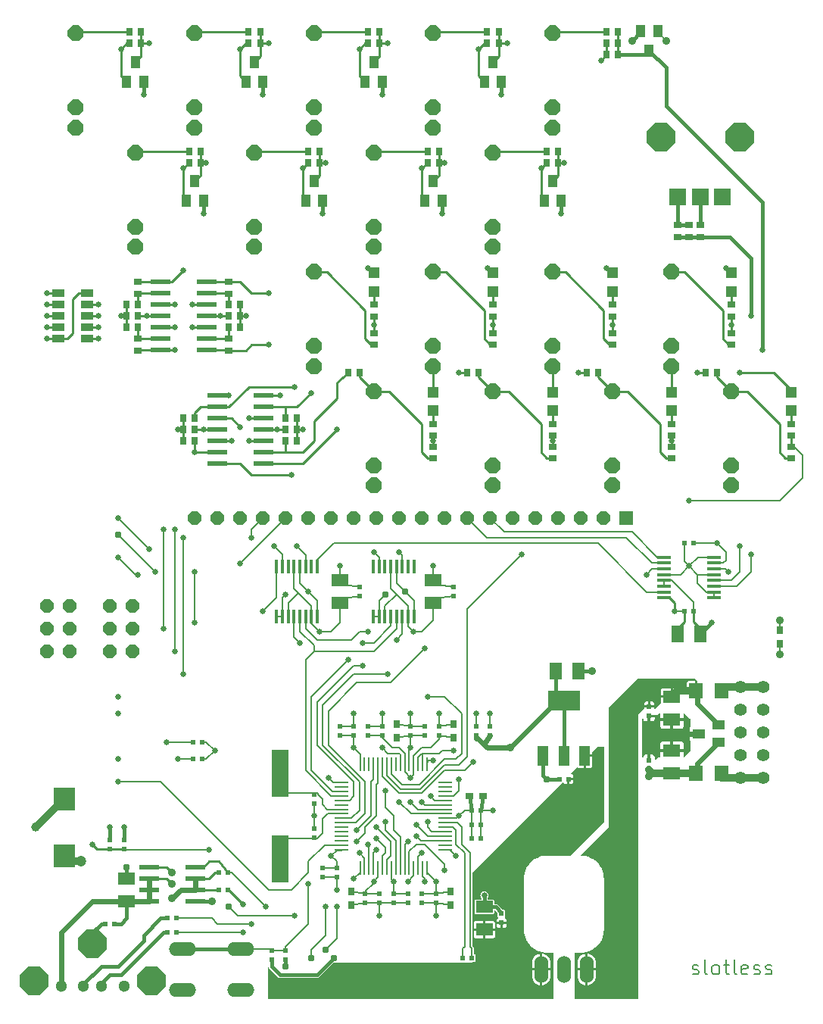
<source format=gbr>
%TF.GenerationSoftware,KiCad,Pcbnew,6.0.11*%
%TF.CreationDate,2023-03-20T20:23:42+01:00*%
%TF.ProjectId,teletype-180824-no-slots,74656c65-7479-4706-952d-313830383234,rev?*%
%TF.SameCoordinates,Original*%
%TF.FileFunction,Copper,L1,Top*%
%TF.FilePolarity,Positive*%
%FSLAX46Y46*%
G04 Gerber Fmt 4.6, Leading zero omitted, Abs format (unit mm)*
G04 Created by KiCad (PCBNEW 6.0.11) date 2023-03-20 20:23:42*
%MOMM*%
%LPD*%
G01*
G04 APERTURE LIST*
G04 Aperture macros list*
%AMOutline5P*
0 Free polygon, 5 corners , with rotation*
0 The origin of the aperture is its center*
0 number of corners: always 5*
0 $1 to $10 corner X, Y*
0 $11 Rotation angle, in degrees counterclockwise*
0 create outline with 5 corners*
4,1,5,$1,$2,$3,$4,$5,$6,$7,$8,$9,$10,$1,$2,$11*%
%AMOutline6P*
0 Free polygon, 6 corners , with rotation*
0 The origin of the aperture is its center*
0 number of corners: always 6*
0 $1 to $12 corner X, Y*
0 $13 Rotation angle, in degrees counterclockwise*
0 create outline with 6 corners*
4,1,6,$1,$2,$3,$4,$5,$6,$7,$8,$9,$10,$11,$12,$1,$2,$13*%
%AMOutline7P*
0 Free polygon, 7 corners , with rotation*
0 The origin of the aperture is its center*
0 number of corners: always 7*
0 $1 to $14 corner X, Y*
0 $15 Rotation angle, in degrees counterclockwise*
0 create outline with 7 corners*
4,1,7,$1,$2,$3,$4,$5,$6,$7,$8,$9,$10,$11,$12,$13,$14,$1,$2,$15*%
%AMOutline8P*
0 Free polygon, 8 corners , with rotation*
0 The origin of the aperture is its center*
0 number of corners: always 8*
0 $1 to $16 corner X, Y*
0 $17 Rotation angle, in degrees counterclockwise*
0 create outline with 8 corners*
4,1,8,$1,$2,$3,$4,$5,$6,$7,$8,$9,$10,$11,$12,$13,$14,$15,$16,$1,$2,$17*%
G04 Aperture macros list end*
%ADD10C,0.142240*%
%TA.AperFunction,NonConductor*%
%ADD11C,0.142240*%
%TD*%
%TA.AperFunction,SMDPad,CuDef*%
%ADD12R,0.280000X1.500000*%
%TD*%
%TA.AperFunction,SMDPad,CuDef*%
%ADD13R,1.500000X0.280000*%
%TD*%
%TA.AperFunction,SMDPad,CuDef*%
%ADD14R,0.600000X0.600000*%
%TD*%
%TA.AperFunction,SMDPad,CuDef*%
%ADD15R,2.200000X0.600000*%
%TD*%
%TA.AperFunction,SMDPad,CuDef*%
%ADD16R,1.900000X1.400000*%
%TD*%
%TA.AperFunction,SMDPad,CuDef*%
%ADD17R,0.800000X0.900000*%
%TD*%
%TA.AperFunction,SMDPad,CuDef*%
%ADD18R,0.900000X0.800000*%
%TD*%
%TA.AperFunction,SMDPad,CuDef*%
%ADD19R,3.600000X2.200000*%
%TD*%
%TA.AperFunction,SMDPad,CuDef*%
%ADD20R,1.219200X2.235200*%
%TD*%
%TA.AperFunction,SMDPad,CuDef*%
%ADD21R,1.400000X1.900000*%
%TD*%
%TA.AperFunction,SMDPad,CuDef*%
%ADD22R,1.600000X1.803000*%
%TD*%
%TA.AperFunction,SMDPad,CuDef*%
%ADD23R,0.300000X1.500000*%
%TD*%
%TA.AperFunction,SMDPad,CuDef*%
%ADD24R,1.500000X0.300000*%
%TD*%
%TA.AperFunction,SMDPad,CuDef*%
%ADD25R,1.000000X1.400000*%
%TD*%
%TA.AperFunction,ComponentPad*%
%ADD26Outline8P,-0.762000X0.315631X-0.315631X0.762000X0.315631X0.762000X0.762000X0.315631X0.762000X-0.315631X0.315631X-0.762000X-0.315631X-0.762000X-0.762000X-0.315631X90.000000*%
%TD*%
%TA.AperFunction,SMDPad,CuDef*%
%ADD27R,1.930400X5.334000*%
%TD*%
%TA.AperFunction,ComponentPad*%
%ADD28Outline8P,-1.587500X0.657564X-0.657564X1.587500X0.657564X1.587500X1.587500X0.657564X1.587500X-0.657564X0.657564X-1.587500X-0.657564X-1.587500X-1.587500X-0.657564X90.000000*%
%TD*%
%TA.AperFunction,ComponentPad*%
%ADD29R,1.879600X1.879600*%
%TD*%
%TA.AperFunction,ComponentPad*%
%ADD30Outline8P,-1.587500X0.657564X-0.657564X1.587500X0.657564X1.587500X1.587500X0.657564X1.587500X-0.657564X0.657564X-1.587500X-0.657564X-1.587500X-1.587500X-0.657564X0.000000*%
%TD*%
%TA.AperFunction,ComponentPad*%
%ADD31C,1.300000*%
%TD*%
%TA.AperFunction,ComponentPad*%
%ADD32O,3.048000X1.524000*%
%TD*%
%TA.AperFunction,ComponentPad*%
%ADD33Outline8P,-0.750000X0.310660X-0.310660X0.750000X0.310660X0.750000X0.750000X0.310660X0.750000X-0.310660X0.310660X-0.750000X-0.310660X-0.750000X-0.750000X-0.310660X180.000000*%
%TD*%
%TA.AperFunction,ComponentPad*%
%ADD34R,1.500000X1.500000*%
%TD*%
%TA.AperFunction,SMDPad,CuDef*%
%ADD35R,0.700000X0.900000*%
%TD*%
%TA.AperFunction,SMDPad,CuDef*%
%ADD36R,0.900000X0.700000*%
%TD*%
%TA.AperFunction,SMDPad,CuDef*%
%ADD37R,1.200000X1.200000*%
%TD*%
%TA.AperFunction,SMDPad,CuDef*%
%ADD38R,1.400000X0.900000*%
%TD*%
%TA.AperFunction,ComponentPad*%
%ADD39C,1.422400*%
%TD*%
%TA.AperFunction,SMDPad,CuDef*%
%ADD40R,1.400000X1.000000*%
%TD*%
%TA.AperFunction,ComponentPad*%
%ADD41O,1.524000X3.048000*%
%TD*%
%TA.AperFunction,ComponentPad*%
%ADD42Outline8P,-0.889000X0.368236X-0.368236X0.889000X0.368236X0.889000X0.889000X0.368236X0.889000X-0.368236X0.368236X-0.889000X-0.368236X-0.889000X-0.889000X-0.368236X0.000000*%
%TD*%
%TA.AperFunction,SMDPad,CuDef*%
%ADD43R,2.400000X2.600000*%
%TD*%
%TA.AperFunction,ViaPad*%
%ADD44C,0.660400*%
%TD*%
%TA.AperFunction,ViaPad*%
%ADD45C,0.787400*%
%TD*%
%TA.AperFunction,ViaPad*%
%ADD46C,0.906400*%
%TD*%
%TA.AperFunction,ViaPad*%
%ADD47C,1.206400*%
%TD*%
%TA.AperFunction,ViaPad*%
%ADD48C,1.006400*%
%TD*%
%TA.AperFunction,Conductor*%
%ADD49C,0.203200*%
%TD*%
%TA.AperFunction,Conductor*%
%ADD50C,0.406400*%
%TD*%
%TA.AperFunction,Conductor*%
%ADD51C,0.812800*%
%TD*%
%TA.AperFunction,Conductor*%
%ADD52C,0.254000*%
%TD*%
%TA.AperFunction,Conductor*%
%ADD53C,0.609600*%
%TD*%
G04 APERTURE END LIST*
D10*
D11*
X180020129Y-157140063D02*
X180175916Y-157217956D01*
X180487489Y-157217956D01*
X180643276Y-157140063D01*
X180721169Y-156984276D01*
X180721169Y-156906383D01*
X180643276Y-156750596D01*
X180487489Y-156672703D01*
X180253809Y-156672703D01*
X180098022Y-156594810D01*
X180020129Y-156439023D01*
X180020129Y-156361130D01*
X180098022Y-156205343D01*
X180253809Y-156127450D01*
X180487489Y-156127450D01*
X180643276Y-156205343D01*
X181655889Y-157217956D02*
X181500102Y-157140063D01*
X181422209Y-156984276D01*
X181422209Y-155582196D01*
X182512716Y-157217956D02*
X182356929Y-157140063D01*
X182279036Y-157062170D01*
X182201142Y-156906383D01*
X182201142Y-156439023D01*
X182279036Y-156283236D01*
X182356929Y-156205343D01*
X182512716Y-156127450D01*
X182746396Y-156127450D01*
X182902182Y-156205343D01*
X182980076Y-156283236D01*
X183057969Y-156439023D01*
X183057969Y-156906383D01*
X182980076Y-157062170D01*
X182902182Y-157140063D01*
X182746396Y-157217956D01*
X182512716Y-157217956D01*
X183525329Y-156127450D02*
X184148476Y-156127450D01*
X183759009Y-155582196D02*
X183759009Y-156984276D01*
X183836902Y-157140063D01*
X183992689Y-157217956D01*
X184148476Y-157217956D01*
X184927409Y-157217956D02*
X184771622Y-157140063D01*
X184693729Y-156984276D01*
X184693729Y-155582196D01*
X186173702Y-157140063D02*
X186017916Y-157217956D01*
X185706342Y-157217956D01*
X185550556Y-157140063D01*
X185472662Y-156984276D01*
X185472662Y-156361130D01*
X185550556Y-156205343D01*
X185706342Y-156127450D01*
X186017916Y-156127450D01*
X186173702Y-156205343D01*
X186251596Y-156361130D01*
X186251596Y-156516916D01*
X185472662Y-156672703D01*
X186874742Y-157140063D02*
X187030529Y-157217956D01*
X187342102Y-157217956D01*
X187497889Y-157140063D01*
X187575782Y-156984276D01*
X187575782Y-156906383D01*
X187497889Y-156750596D01*
X187342102Y-156672703D01*
X187108422Y-156672703D01*
X186952636Y-156594810D01*
X186874742Y-156439023D01*
X186874742Y-156361130D01*
X186952636Y-156205343D01*
X187108422Y-156127450D01*
X187342102Y-156127450D01*
X187497889Y-156205343D01*
X188198929Y-157140063D02*
X188354716Y-157217956D01*
X188666289Y-157217956D01*
X188822076Y-157140063D01*
X188899969Y-156984276D01*
X188899969Y-156906383D01*
X188822076Y-156750596D01*
X188666289Y-156672703D01*
X188432609Y-156672703D01*
X188276822Y-156594810D01*
X188198929Y-156439023D01*
X188198929Y-156361130D01*
X188276822Y-156205343D01*
X188432609Y-156127450D01*
X188666289Y-156127450D01*
X188822076Y-156205343D01*
D12*
%TO.P,U2,64*%
%TO.N,VDDIO*%
X150346100Y-145315850D03*
%TO.P,U2,63*%
%TO.N,RESET*%
X149846100Y-145315850D03*
%TO.P,U2,62*%
%TO.N,USB-VBOF*%
X149346100Y-145315850D03*
%TO.P,U2,61*%
%TO.N,GND*%
X148846100Y-145315850D03*
%TO.P,U2,60*%
%TO.N,USB-OC*%
X148346100Y-145315850D03*
%TO.P,U2,59*%
%TO.N,RX*%
X147846100Y-145315850D03*
%TO.P,U2,58*%
%TO.N,B11*%
X147346100Y-145315850D03*
%TO.P,U2,57*%
%TO.N,B10*%
X146846100Y-145315850D03*
%TO.P,U2,56*%
%TO.N,VDDOUT*%
X146346100Y-145315850D03*
%TO.P,U2,55*%
%TO.N,B09*%
X145846100Y-145315850D03*
%TO.P,U2,54*%
%TO.N,B08*%
X145346100Y-145315850D03*
%TO.P,U2,53*%
%TO.N,VDDOUT*%
X144846100Y-145315850D03*
%TO.P,U2,52*%
%TO.N,VBUS*%
X144346100Y-145315850D03*
%TO.P,U2,51*%
%TO.N,N$1*%
X143846100Y-145315850D03*
%TO.P,U2,50*%
%TO.N,N$2*%
X143346100Y-145315850D03*
%TO.P,U2,49*%
%TO.N,GND*%
X142846100Y-145315850D03*
D13*
%TO.P,U2,48*%
%TO.N,VDDIO*%
X140796100Y-143265850D03*
%TO.P,U2,47*%
%TO.N,TX*%
X140796100Y-142765850D03*
%TO.P,U2,46*%
%TO.N,N/C*%
X140796100Y-142265850D03*
%TO.P,U2,45*%
X140796100Y-141765850D03*
%TO.P,U2,44*%
X140796100Y-141265850D03*
%TO.P,U2,43*%
X140796100Y-140765850D03*
%TO.P,U2,42*%
%TO.N,MOSI*%
X140796100Y-140265850D03*
%TO.P,U2,41*%
%TO.N,MISO*%
X140796100Y-139765850D03*
%TO.P,U2,40*%
%TO.N,N$109*%
X140796100Y-139265850D03*
%TO.P,U2,39*%
%TO.N,N$14*%
X140796100Y-138765850D03*
%TO.P,U2,38*%
%TO.N,N/C*%
X140796100Y-138265850D03*
%TO.P,U2,37*%
%TO.N,CS1*%
X140796100Y-137765850D03*
%TO.P,U2,36*%
%TO.N,CS0*%
X140796100Y-137265850D03*
%TO.P,U2,35*%
%TO.N,SCK*%
X140796100Y-136765850D03*
%TO.P,U2,34*%
%TO.N,N/C*%
X140796100Y-136265850D03*
%TO.P,U2,33*%
%TO.N,NMI*%
X140796100Y-135765850D03*
D12*
%TO.P,U2,32*%
%TO.N,VDDIO*%
X142846100Y-133715850D03*
%TO.P,U2,31*%
%TO.N,N/C*%
X143346100Y-133715850D03*
%TO.P,U2,30*%
X143846100Y-133715850D03*
%TO.P,U2,29*%
%TO.N,SDA*%
X144346100Y-133715850D03*
%TO.P,U2,28*%
%TO.N,SCL*%
X144846100Y-133715850D03*
%TO.P,U2,27*%
%TO.N,CS2*%
X145346100Y-133715850D03*
%TO.P,U2,26*%
%TO.N,OLED-DC*%
X145846100Y-133715850D03*
%TO.P,U2,25*%
%TO.N,OLED-RES*%
X146346100Y-133715850D03*
%TO.P,U2,24*%
%TO.N,N/C*%
X146846100Y-133715850D03*
%TO.P,U2,23*%
%TO.N,GND*%
X147346100Y-133715850D03*
%TO.P,U2,22*%
%TO.N,VDDOUT*%
X147846100Y-133715850D03*
%TO.P,U2,21*%
%TO.N,VDDIN*%
X148346100Y-133715850D03*
%TO.P,U2,20*%
%TO.N,VDDOUT*%
X148846100Y-133715850D03*
%TO.P,U2,19*%
%TO.N,+3V3*%
X149346100Y-133715850D03*
%TO.P,U2,18*%
X149846100Y-133715850D03*
%TO.P,U2,17*%
%TO.N,GND*%
X150346100Y-133715850D03*
D13*
%TO.P,U2,16*%
%TO.N,N/C*%
X152396100Y-135765850D03*
%TO.P,U2,15*%
X152396100Y-136265850D03*
%TO.P,U2,14*%
X152396100Y-136765850D03*
%TO.P,U2,13*%
%TO.N,A07*%
X152396100Y-137265850D03*
%TO.P,U2,12*%
%TO.N,A06*%
X152396100Y-137765850D03*
%TO.P,U2,11*%
%TO.N,A05*%
X152396100Y-138265850D03*
%TO.P,U2,10*%
%TO.N,A04*%
X152396100Y-138765850D03*
%TO.P,U2,9*%
%TO.N,A03*%
X152396100Y-139265850D03*
%TO.P,U2,8*%
%TO.N,VDDOUT*%
X152396100Y-139765850D03*
%TO.P,U2,7*%
%TO.N,N$18*%
X152396100Y-140265850D03*
%TO.P,U2,6*%
%TO.N,N$17*%
X152396100Y-140765850D03*
%TO.P,U2,5*%
%TO.N,A02*%
X152396100Y-141265850D03*
%TO.P,U2,4*%
%TO.N,A01*%
X152396100Y-141765850D03*
%TO.P,U2,3*%
%TO.N,A00*%
X152396100Y-142265850D03*
%TO.P,U2,2*%
%TO.N,N/C*%
X152396100Y-142765850D03*
%TO.P,U2,1*%
%TO.N,GND*%
X152396100Y-143265850D03*
%TD*%
D14*
%TO.P,C19,2*%
%TO.N,N$109*%
X137706100Y-141928850D03*
%TO.P,C19,1*%
%TO.N,GND*%
X137706100Y-140912850D03*
%TD*%
%TO.P,C20,2*%
%TO.N,N$14*%
X137706100Y-137102850D03*
%TO.P,C20,1*%
%TO.N,GND*%
X137706100Y-138118850D03*
%TD*%
D15*
%TO.P,U1,5*%
%TO.N,USB-OC*%
X119231100Y-145230850D03*
%TO.P,U1,6*%
%TO.N,VBUS*%
X119231100Y-146500850D03*
%TO.P,U1,8*%
X119231100Y-149040850D03*
%TO.P,U1,4*%
%TO.N,USB-VBOF*%
X124431100Y-145230850D03*
%TO.P,U1,3*%
%TO.N,+5V*%
X124431100Y-146500850D03*
%TO.P,U1,1*%
%TO.N,GND*%
X124431100Y-149040850D03*
%TO.P,U1,7*%
%TO.N,VBUS*%
X119231100Y-147770850D03*
%TO.P,U1,2*%
%TO.N,+5V*%
X124431100Y-147770850D03*
%TD*%
D14*
%TO.P,R2,2*%
%TO.N,+5V*%
X127038100Y-147770850D03*
%TO.P,R2,1*%
%TO.N,USB-OC*%
X128054100Y-147770850D03*
%TD*%
%TO.P,R1,2*%
%TO.N,+5V*%
X127038100Y-145865850D03*
%TO.P,R1,1*%
%TO.N,USB-VBOF*%
X128054100Y-145865850D03*
%TD*%
%TO.P,C7,2*%
%TO.N,VBUS*%
X115354100Y-151580850D03*
%TO.P,C7,1*%
%TO.N,GND*%
X114338100Y-151580850D03*
%TD*%
D16*
%TO.P,C5,-*%
%TO.N,GND*%
X116751100Y-146500850D03*
%TO.P,C5,+*%
%TO.N,VBUS*%
X116751100Y-149040850D03*
%TD*%
D14*
%TO.P,C10,2*%
%TO.N,VDDIO*%
X151358600Y-148215350D03*
%TO.P,C10,1*%
%TO.N,GND*%
X151358600Y-149231350D03*
%TD*%
%TO.P,C17,2*%
%TO.N,VDDIO*%
X140246100Y-145357850D03*
%TO.P,C17,1*%
%TO.N,GND*%
X140246100Y-146373850D03*
%TD*%
%TO.P,C16,2*%
%TO.N,VDDIO*%
X142151100Y-130498850D03*
%TO.P,C16,1*%
%TO.N,GND*%
X142151100Y-129482850D03*
%TD*%
%TO.P,C47,2*%
%TO.N,VDDIO*%
X149771100Y-148215350D03*
%TO.P,C47,1*%
%TO.N,GND*%
X149771100Y-149231350D03*
%TD*%
%TO.P,C18,2*%
%TO.N,VDDIO*%
X138658600Y-145357850D03*
%TO.P,C18,1*%
%TO.N,GND*%
X138658600Y-146373850D03*
%TD*%
%TO.P,C56,2*%
%TO.N,VDDIO*%
X140563600Y-130498850D03*
%TO.P,C56,1*%
%TO.N,GND*%
X140563600Y-129482850D03*
%TD*%
%TO.P,C12,2*%
%TO.N,VDDIN*%
X148501100Y-130498850D03*
%TO.P,C12,1*%
%TO.N,GND*%
X148501100Y-129482850D03*
%TD*%
%TO.P,C50,2*%
%TO.N,VDDIN*%
X150088600Y-130498850D03*
%TO.P,C50,1*%
%TO.N,GND*%
X150088600Y-129482850D03*
%TD*%
D17*
%TO.P,C49,2*%
%TO.N,VDDIO*%
X152946100Y-147961350D03*
%TO.P,C49,1*%
%TO.N,GND*%
X152946100Y-149485350D03*
%TD*%
%TO.P,C51,2*%
%TO.N,VDDIN*%
X146913600Y-130752850D03*
%TO.P,C51,1*%
%TO.N,GND*%
X146913600Y-129228850D03*
%TD*%
%TO.P,C48,2*%
%TO.N,VDDOUT*%
X153263600Y-130752850D03*
%TO.P,C48,1*%
%TO.N,GND*%
X153263600Y-129228850D03*
%TD*%
D18*
%TO.P,C9,2*%
%TO.N,VDDOUT*%
X155041600Y-137293350D03*
%TO.P,C9,1*%
%TO.N,GND*%
X156565600Y-137293350D03*
%TD*%
D17*
%TO.P,C55,2*%
%TO.N,VDDOUT*%
X141833600Y-147961350D03*
%TO.P,C55,1*%
%TO.N,GND*%
X141833600Y-149485350D03*
%TD*%
D14*
%TO.P,C11,2*%
%TO.N,VDDOUT*%
X151676100Y-130498850D03*
%TO.P,C11,1*%
%TO.N,GND*%
X151676100Y-129482850D03*
%TD*%
%TO.P,C8,2*%
%TO.N,VDDOUT*%
X155295600Y-138880850D03*
%TO.P,C8,1*%
%TO.N,GND*%
X156311600Y-138880850D03*
%TD*%
%TO.P,C13,2*%
%TO.N,VDDOUT*%
X145326100Y-130498850D03*
%TO.P,C13,1*%
%TO.N,GND*%
X145326100Y-129482850D03*
%TD*%
%TO.P,C14,2*%
%TO.N,VDDOUT*%
X146596100Y-148215350D03*
%TO.P,C14,1*%
%TO.N,GND*%
X146596100Y-149231350D03*
%TD*%
%TO.P,C53,2*%
%TO.N,VDDOUT*%
X143738600Y-130498850D03*
%TO.P,C53,1*%
%TO.N,GND*%
X143738600Y-129482850D03*
%TD*%
%TO.P,C15,2*%
%TO.N,VDDOUT*%
X145008600Y-148215350D03*
%TO.P,C15,1*%
%TO.N,GND*%
X145008600Y-149231350D03*
%TD*%
%TO.P,C54,2*%
%TO.N,VDDOUT*%
X143421100Y-148215350D03*
%TO.P,C54,1*%
%TO.N,GND*%
X143421100Y-149231350D03*
%TD*%
%TO.P,C45,2*%
%TO.N,VDDOUT*%
X155295600Y-140468350D03*
%TO.P,C45,1*%
%TO.N,GND*%
X156311600Y-140468350D03*
%TD*%
%TO.P,R41,2*%
%TO.N,+3V3*%
X155803600Y-130498850D03*
%TO.P,R41,1*%
%TO.N,VDDIO*%
X155803600Y-129482850D03*
%TD*%
%TO.P,R42,2*%
%TO.N,+3V3*%
X157391100Y-130498850D03*
%TO.P,R42,1*%
%TO.N,VDDIN*%
X157391100Y-129482850D03*
%TD*%
%TO.P,C52,2*%
%TO.N,VDDOUT*%
X148183600Y-148215350D03*
%TO.P,C52,1*%
%TO.N,GND*%
X148183600Y-149231350D03*
%TD*%
%TO.P,C46,2*%
%TO.N,VDDOUT*%
X155295600Y-142055850D03*
%TO.P,C46,1*%
%TO.N,GND*%
X156311600Y-142055850D03*
%TD*%
%TO.P,R40,2*%
%TO.N,+3V3*%
X116433600Y-142182850D03*
%TO.P,R40,1*%
%TO.N,RESET*%
X116433600Y-143198850D03*
%TD*%
%TO.P,C41,2*%
%TO.N,GND*%
X114846100Y-142182850D03*
%TO.P,C41,1*%
%TO.N,RESET*%
X114846100Y-143198850D03*
%TD*%
D19*
%TO.P,U40,4*%
%TO.N,+3V3*%
X165646100Y-126574350D03*
D20*
%TO.P,U40,3*%
%TO.N,+5V*%
X167957500Y-132772150D03*
%TO.P,U40,2*%
%TO.N,+3V3*%
X165646100Y-132772150D03*
%TO.P,U40,1*%
%TO.N,GND*%
X163334700Y-132772150D03*
%TD*%
D14*
%TO.P,C42,2*%
%TO.N,+5V*%
X166154100Y-135388350D03*
%TO.P,C42,1*%
%TO.N,GND*%
X165138100Y-135388350D03*
%TD*%
D21*
%TO.P,C44,-*%
%TO.N,GND*%
X167233600Y-123323350D03*
%TO.P,C44,+*%
%TO.N,+3V3*%
X164693600Y-123323350D03*
%TD*%
D16*
%TO.P,C6,-*%
%TO.N,GND*%
X177711100Y-128720850D03*
%TO.P,C6,+*%
%TO.N,+12V*%
X177711100Y-126180850D03*
%TD*%
D14*
%TO.P,C3,2*%
%TO.N,+12V*%
X175171100Y-127260350D03*
%TO.P,C3,1*%
%TO.N,GND*%
X175171100Y-128276350D03*
%TD*%
D16*
%TO.P,C4,-*%
%TO.N,-12V*%
X177711100Y-134753350D03*
%TO.P,C4,+*%
%TO.N,GND*%
X177711100Y-132213350D03*
%TD*%
D14*
%TO.P,C1,2*%
%TO.N,-12V*%
X175171100Y-134308850D03*
%TO.P,C1,1*%
%TO.N,GND*%
X175171100Y-133292850D03*
%TD*%
D22*
%TO.P,PF2,1*%
%TO.N,+IN*%
X183267300Y-125545850D03*
%TO.P,PF2,2*%
%TO.N,+12V*%
X180409900Y-125545850D03*
%TD*%
%TO.P,PF1,1*%
%TO.N,-IN*%
X183267300Y-134753350D03*
%TO.P,PF1,2*%
%TO.N,-12V*%
X180409900Y-134753350D03*
%TD*%
D14*
%TO.P,R44,2*%
%TO.N,DM*%
X121323100Y-150945850D03*
%TO.P,R44,1*%
%TO.N,N$1*%
X122339100Y-150945850D03*
%TD*%
%TO.P,R43,2*%
%TO.N,DP*%
X121323100Y-152533350D03*
%TO.P,R43,1*%
%TO.N,N$2*%
X122339100Y-152533350D03*
%TD*%
D23*
%TO.P,U3,16*%
%TO.N,AGND*%
X138076100Y-117233350D03*
%TO.P,U3,15*%
%TO.N,+3V3*%
X137426100Y-117233350D03*
%TO.P,U3,14*%
%TO.N,MOSI*%
X136776100Y-117233350D03*
%TO.P,U3,13*%
%TO.N,CS0*%
X136126100Y-117233350D03*
%TO.P,U3,12*%
%TO.N,SCK*%
X135476100Y-117233350D03*
%TO.P,U3,11*%
%TO.N,+3V3*%
X134826100Y-117233350D03*
%TO.P,U3,10*%
%TO.N,AGND*%
X134176100Y-117233350D03*
%TO.P,U3,9*%
X133526100Y-117233350D03*
%TO.P,U3,8*%
%TO.N,N$4*%
X133526100Y-111633350D03*
%TO.P,U3,7*%
%TO.N,CV-OUT1*%
X134176100Y-111633350D03*
%TO.P,U3,6*%
%TO.N,N/C*%
X134826100Y-111633350D03*
%TO.P,U3,5*%
%TO.N,+3V3*%
X135476100Y-111633350D03*
%TO.P,U3,4*%
%TO.N,AGND*%
X136126100Y-111633350D03*
%TO.P,U3,3*%
%TO.N,CV-OUT0*%
X136776100Y-111633350D03*
%TO.P,U3,2*%
%TO.N,N/C*%
X137426100Y-111633350D03*
%TO.P,U3,1*%
%TO.N,VREF*%
X138076100Y-111633350D03*
%TD*%
%TO.P,U4,16*%
%TO.N,AGND*%
X148871100Y-117233350D03*
%TO.P,U4,15*%
%TO.N,+3V3*%
X148221100Y-117233350D03*
%TO.P,U4,14*%
%TO.N,N$4*%
X147571100Y-117233350D03*
%TO.P,U4,13*%
%TO.N,CS0*%
X146921100Y-117233350D03*
%TO.P,U4,12*%
%TO.N,SCK*%
X146271100Y-117233350D03*
%TO.P,U4,11*%
%TO.N,+3V3*%
X145621100Y-117233350D03*
%TO.P,U4,10*%
%TO.N,AGND*%
X144971100Y-117233350D03*
%TO.P,U4,9*%
X144321100Y-117233350D03*
%TO.P,U4,8*%
%TO.N,N/C*%
X144321100Y-111633350D03*
%TO.P,U4,7*%
%TO.N,CV-OUT3*%
X144971100Y-111633350D03*
%TO.P,U4,6*%
%TO.N,N/C*%
X145621100Y-111633350D03*
%TO.P,U4,5*%
%TO.N,+3V3*%
X146271100Y-111633350D03*
%TO.P,U4,4*%
%TO.N,AGND*%
X146921100Y-111633350D03*
%TO.P,U4,3*%
%TO.N,CV-OUT2*%
X147571100Y-111633350D03*
%TO.P,U4,2*%
%TO.N,N/C*%
X148221100Y-111633350D03*
%TO.P,U4,1*%
X148871100Y-111633350D03*
%TD*%
D24*
%TO.P,U7,16*%
%TO.N,AGND*%
X182416100Y-110570850D03*
%TO.P,U7,15*%
%TO.N,+3V3*%
X182416100Y-111220850D03*
%TO.P,U7,14*%
%TO.N,MISO*%
X182416100Y-111870850D03*
%TO.P,U7,13*%
%TO.N,AGND*%
X182416100Y-112520850D03*
%TO.P,U7,12*%
%TO.N,CV-IN0*%
X182416100Y-113170850D03*
%TO.P,U7,11*%
%TO.N,CV-IN1*%
X182416100Y-113820850D03*
%TO.P,U7,10*%
%TO.N,AGND*%
X182416100Y-114470850D03*
%TO.P,U7,9*%
X182416100Y-115120850D03*
%TO.P,U7,8*%
X176816100Y-115120850D03*
%TO.P,U7,7*%
%TO.N,VREF*%
X176816100Y-114470850D03*
%TO.P,U7,6*%
%TO.N,+3V3*%
X176816100Y-113820850D03*
%TO.P,U7,5*%
X176816100Y-113170850D03*
%TO.P,U7,4*%
%TO.N,AGND*%
X176816100Y-112520850D03*
%TO.P,U7,3*%
%TO.N,CS1*%
X176816100Y-111870850D03*
%TO.P,U7,2*%
%TO.N,MOSI*%
X176816100Y-111220850D03*
%TO.P,U7,1*%
%TO.N,SCK*%
X176816100Y-110570850D03*
%TD*%
D14*
%TO.P,C27,2*%
%TO.N,+3V3*%
X180124100Y-116655850D03*
%TO.P,C27,1*%
%TO.N,AGND*%
X179108100Y-116655850D03*
%TD*%
D21*
%TO.P,C25,-*%
%TO.N,AGND*%
X178346100Y-119195850D03*
%TO.P,C25,+*%
%TO.N,+3V3*%
X180886100Y-119195850D03*
%TD*%
D14*
%TO.P,C29,2*%
%TO.N,+3V3*%
X180124100Y-109035850D03*
%TO.P,C29,1*%
%TO.N,AGND*%
X179108100Y-109035850D03*
%TD*%
%TO.P,C30,2*%
%TO.N,+3V3*%
X142786100Y-114941350D03*
%TO.P,C30,1*%
%TO.N,AGND*%
X142786100Y-113925350D03*
%TD*%
%TO.P,C26,2*%
%TO.N,+3V3*%
X153263600Y-114941350D03*
%TO.P,C26,1*%
%TO.N,AGND*%
X153263600Y-113925350D03*
%TD*%
D16*
%TO.P,C24,-*%
%TO.N,AGND*%
X151041100Y-113163350D03*
%TO.P,C24,+*%
%TO.N,+3V3*%
X151041100Y-115703350D03*
%TD*%
%TO.P,C28,-*%
%TO.N,AGND*%
X140563600Y-113163350D03*
%TO.P,C28,+*%
%TO.N,+3V3*%
X140563600Y-115703350D03*
%TD*%
D17*
%TO.P,R45,2*%
%TO.N,GND*%
X189776100Y-120275350D03*
%TO.P,R45,1*%
%TO.N,AGND*%
X189776100Y-118751350D03*
%TD*%
D25*
%TO.P,U44,1*%
%TO.N,AGND*%
X176121100Y-51738350D03*
%TO.P,U44,2*%
%TO.N,+3V3*%
X174221100Y-51738350D03*
%TO.P,U44,3*%
%TO.N,CV-IN0*%
X175171100Y-53938350D03*
%TD*%
D26*
%TO.P,JP2,6*%
%TO.N,GND*%
X110401100Y-116020850D03*
%TO.P,JP2,5*%
X107861100Y-116020850D03*
%TO.P,JP2,4*%
%TO.N,SCL*%
X110401100Y-118560850D03*
%TO.P,JP2,3*%
X107861100Y-118560850D03*
%TO.P,JP2,2*%
%TO.N,SDA*%
X110401100Y-121100850D03*
%TO.P,JP2,1*%
X107861100Y-121100850D03*
%TD*%
D14*
%TO.P,R4,2*%
%TO.N,+3V3*%
X132943600Y-155581350D03*
%TO.P,R4,1*%
%TO.N,NMI*%
X132943600Y-154565350D03*
%TD*%
%TO.P,C31,2*%
%TO.N,GND*%
X134531100Y-155581350D03*
%TO.P,C31,1*%
%TO.N,NMI*%
X134531100Y-154565350D03*
%TD*%
D27*
%TO.P,Y1,2*%
%TO.N,N$14*%
X133896100Y-134753350D03*
%TO.P,Y1,1*%
%TO.N,N$109*%
X133896100Y-144278350D03*
%TD*%
D28*
%TO.P,P1,P$5*%
%TO.N,N/C*%
X176486100Y-63633350D03*
%TO.P,P1,P$4*%
X185286100Y-63633350D03*
D29*
%TO.P,P1,P$3*%
%TO.N,AGND*%
X178386100Y-70333350D03*
%TO.P,P1,P$2*%
%TO.N,N$12*%
X180886100Y-70333350D03*
%TO.P,P1,P$1*%
%TO.N,+3V3*%
X183386100Y-70333350D03*
%TD*%
D30*
%TO.P,USB0,M4*%
%TO.N,GND*%
X112941100Y-153780850D03*
D28*
%TO.P,USB0,M2*%
X119516100Y-157965850D03*
%TO.P,USB0,M1*%
X106366100Y-157955850D03*
D31*
%TO.P,USB0,GND*%
X116441100Y-158560850D03*
%TO.P,USB0,3*%
%TO.N,DP*%
X113941100Y-158560850D03*
%TO.P,USB0,2*%
%TO.N,DM*%
X111941100Y-158560850D03*
%TO.P,USB0,1*%
%TO.N,VBUS*%
X109441100Y-158560850D03*
%TD*%
D32*
%TO.P,POP0,4*%
%TO.N,GND*%
X129527300Y-158921450D03*
%TO.P,POP0,3*%
X123024900Y-158921450D03*
%TO.P,POP0,2*%
%TO.N,NMI*%
X129527300Y-154400250D03*
%TO.P,POP0,1*%
X123024900Y-154400250D03*
%TD*%
D33*
%TO.P,U$1,20*%
%TO.N,GND*%
X124371100Y-106200850D03*
%TO.P,U$1,19*%
X126911100Y-106200850D03*
%TO.P,U$1,18*%
%TO.N,N/C*%
X129451100Y-106200850D03*
%TO.P,U$1,17*%
%TO.N,CS2*%
X131991100Y-106200850D03*
%TO.P,U$1,16*%
%TO.N,OLED-RES*%
X134531100Y-106200850D03*
%TO.P,U$1,15*%
%TO.N,N/C*%
X137071100Y-106200850D03*
%TO.P,U$1,14*%
%TO.N,GND*%
X139611100Y-106200850D03*
%TO.P,U$1,13*%
X142151100Y-106200850D03*
%TO.P,U$1,12*%
X144691100Y-106200850D03*
%TO.P,U$1,11*%
X147231100Y-106200850D03*
%TO.P,U$1,10*%
X149771100Y-106200850D03*
%TO.P,U$1,9*%
X152311100Y-106200850D03*
%TO.P,U$1,8*%
%TO.N,MOSI*%
X154851100Y-106200850D03*
%TO.P,U$1,7*%
%TO.N,SCK*%
X157391100Y-106200850D03*
%TO.P,U$1,6*%
%TO.N,GND*%
X159931100Y-106200850D03*
%TO.P,U$1,5*%
X162471100Y-106200850D03*
%TO.P,U$1,4*%
%TO.N,OLED-DC*%
X165011100Y-106200850D03*
%TO.P,U$1,3*%
%TO.N,N/C*%
X167551100Y-106200850D03*
%TO.P,U$1,2*%
%TO.N,+3V3*%
X170091100Y-106200850D03*
D34*
%TO.P,U$1,1*%
%TO.N,GND*%
X172631100Y-106200850D03*
%TD*%
D15*
%TO.P,IC1,14*%
%TO.N,N$6*%
X120501100Y-87445850D03*
%TO.P,IC1,13*%
%TO.N,RG3*%
X120501100Y-86175850D03*
%TO.P,IC1,12*%
%TO.N,B10*%
X120501100Y-84905850D03*
%TO.P,IC1,11*%
%TO.N,-12V*%
X120501100Y-83635850D03*
%TO.P,IC1,10*%
%TO.N,B11*%
X120501100Y-82365850D03*
%TO.P,IC1,9*%
%TO.N,RG4*%
X120501100Y-81095850D03*
%TO.P,IC1,5*%
%TO.N,B08*%
X125701100Y-82365850D03*
%TO.P,IC1,6*%
%TO.N,RG1*%
X125701100Y-81095850D03*
%TO.P,IC1,8*%
%TO.N,N$7*%
X120501100Y-79825850D03*
%TO.P,IC1,4*%
%TO.N,+12V*%
X125701100Y-83635850D03*
%TO.P,IC1,3*%
%TO.N,B09*%
X125701100Y-84905850D03*
%TO.P,IC1,1*%
%TO.N,N$5*%
X125701100Y-87445850D03*
%TO.P,IC1,7*%
%TO.N,N$3*%
X125701100Y-79825850D03*
%TO.P,IC1,2*%
%TO.N,RG2*%
X125701100Y-86175850D03*
%TD*%
D35*
%TO.P,C21,2*%
%TO.N,GND*%
X129466100Y-83635850D03*
%TO.P,C21,1*%
%TO.N,+12V*%
X128166100Y-83635850D03*
%TD*%
%TO.P,C22,2*%
%TO.N,-12V*%
X118036100Y-83635850D03*
%TO.P,C22,1*%
%TO.N,GND*%
X116736100Y-83635850D03*
%TD*%
D36*
%TO.P,R3,2*%
%TO.N,N$8*%
X144373600Y-86825850D03*
%TO.P,R3,1*%
%TO.N,N$3*%
X144373600Y-85525850D03*
%TD*%
%TO.P,R8,2*%
%TO.N,N$9*%
X157708600Y-86825850D03*
%TO.P,R8,1*%
%TO.N,N$5*%
X157708600Y-85525850D03*
%TD*%
D35*
%TO.P,R19,2*%
%TO.N,N$32*%
X142801100Y-89985850D03*
%TO.P,R19,1*%
%TO.N,RG5*%
X141501100Y-89985850D03*
%TD*%
D36*
%TO.P,R21,2*%
%TO.N,N$32*%
X151041100Y-99525850D03*
%TO.P,R21,1*%
%TO.N,N$13*%
X151041100Y-98225850D03*
%TD*%
D35*
%TO.P,R25,2*%
%TO.N,N$34*%
X156136100Y-89985850D03*
%TO.P,R25,1*%
%TO.N,RG6*%
X154836100Y-89985850D03*
%TD*%
D36*
%TO.P,R29,2*%
%TO.N,N$34*%
X164376100Y-99525850D03*
%TO.P,R29,1*%
%TO.N,N$15*%
X164376100Y-98225850D03*
%TD*%
D35*
%TO.P,C23,2*%
%TO.N,GND*%
X135816100Y-96335850D03*
%TO.P,C23,1*%
%TO.N,+12V*%
X134516100Y-96335850D03*
%TD*%
%TO.P,C32,2*%
%TO.N,-12V*%
X124386100Y-96335850D03*
%TO.P,C32,1*%
%TO.N,GND*%
X123086100Y-96335850D03*
%TD*%
D36*
%TO.P,R37,2*%
%TO.N,N$5*%
X128181100Y-87460850D03*
%TO.P,R37,1*%
%TO.N,RG2*%
X128181100Y-86160850D03*
%TD*%
%TO.P,R38,2*%
%TO.N,N$3*%
X128181100Y-79810850D03*
%TO.P,R38,1*%
%TO.N,RG1*%
X128181100Y-81110850D03*
%TD*%
%TO.P,R6,2*%
%TO.N,N$67*%
X144373600Y-82350850D03*
%TO.P,R6,1*%
%TO.N,N$3*%
X144373600Y-83650850D03*
%TD*%
%TO.P,R7,2*%
%TO.N,N$68*%
X157708600Y-82350850D03*
%TO.P,R7,1*%
%TO.N,N$5*%
X157708600Y-83650850D03*
%TD*%
D37*
%TO.P,LED1,A*%
%TO.N,N$67*%
X144373600Y-80875850D03*
%TO.P,LED1,C*%
%TO.N,GND*%
X144373600Y-78775850D03*
%TD*%
%TO.P,LED2,A*%
%TO.N,N$68*%
X157708600Y-80875850D03*
%TO.P,LED2,C*%
%TO.N,GND*%
X157708600Y-78775850D03*
%TD*%
D36*
%TO.P,R14,2*%
%TO.N,N$10*%
X171043600Y-86825850D03*
%TO.P,R14,1*%
%TO.N,N$6*%
X171043600Y-85525850D03*
%TD*%
%TO.P,R9,2*%
%TO.N,N$70*%
X171043600Y-82350850D03*
%TO.P,R9,1*%
%TO.N,N$6*%
X171043600Y-83650850D03*
%TD*%
%TO.P,R10,2*%
%TO.N,N$11*%
X184378600Y-86825850D03*
%TO.P,R10,1*%
%TO.N,N$7*%
X184378600Y-85525850D03*
%TD*%
%TO.P,R11,2*%
%TO.N,N$71*%
X184378600Y-82350850D03*
%TO.P,R11,1*%
%TO.N,N$7*%
X184378600Y-83650850D03*
%TD*%
%TO.P,R46,2*%
%TO.N,N$6*%
X118021100Y-87460850D03*
%TO.P,R46,1*%
%TO.N,RG3*%
X118021100Y-86160850D03*
%TD*%
%TO.P,R47,2*%
%TO.N,N$7*%
X118021100Y-79810850D03*
%TO.P,R47,1*%
%TO.N,RG4*%
X118021100Y-81110850D03*
%TD*%
D37*
%TO.P,LED3,A*%
%TO.N,N$70*%
X171043600Y-80875850D03*
%TO.P,LED3,C*%
%TO.N,GND*%
X171043600Y-78775850D03*
%TD*%
%TO.P,LED4,A*%
%TO.N,N$71*%
X184378600Y-80875850D03*
%TO.P,LED4,C*%
%TO.N,GND*%
X184378600Y-78775850D03*
%TD*%
D36*
%TO.P,C33,2*%
%TO.N,AGND*%
X179616100Y-73460850D03*
%TO.P,C33,1*%
%TO.N,CV-IN1*%
X179616100Y-74760850D03*
%TD*%
D37*
%TO.P,LED5,A*%
%TO.N,N$16*%
X151041100Y-94210850D03*
%TO.P,LED5,C*%
%TO.N,GND*%
X151041100Y-92110850D03*
%TD*%
%TO.P,LED6,A*%
%TO.N,N$24*%
X164376100Y-94210850D03*
%TO.P,LED6,C*%
%TO.N,GND*%
X164376100Y-92110850D03*
%TD*%
D35*
%TO.P,R32,2*%
%TO.N,A00*%
X118353600Y-51885850D03*
%TO.P,R32,1*%
%TO.N,N$38*%
X117053600Y-51885850D03*
%TD*%
%TO.P,C37,2*%
%TO.N,GND*%
X117053600Y-53155850D03*
%TO.P,C37,1*%
%TO.N,A00*%
X118353600Y-53155850D03*
%TD*%
D25*
%TO.P,D3,1*%
%TO.N,GND*%
X116753600Y-57430850D03*
%TO.P,D3,2*%
%TO.N,+3V3*%
X118653600Y-57430850D03*
%TO.P,D3,3*%
%TO.N,A00*%
X117703600Y-55230850D03*
%TD*%
D36*
%TO.P,R66,2*%
%TO.N,N$16*%
X151041100Y-95685850D03*
%TO.P,R66,1*%
%TO.N,N$13*%
X151041100Y-96985850D03*
%TD*%
%TO.P,R67,2*%
%TO.N,N$24*%
X164376100Y-95685850D03*
%TO.P,R67,1*%
%TO.N,N$15*%
X164376100Y-96985850D03*
%TD*%
D35*
%TO.P,R15,2*%
%TO.N,N$21*%
X169471100Y-89985850D03*
%TO.P,R15,1*%
%TO.N,RG7*%
X168171100Y-89985850D03*
%TD*%
D36*
%TO.P,R17,2*%
%TO.N,N$21*%
X177711100Y-99525850D03*
%TO.P,R17,1*%
%TO.N,N$23*%
X177711100Y-98225850D03*
%TD*%
D35*
%TO.P,R23,2*%
%TO.N,N$22*%
X182806100Y-89985850D03*
%TO.P,R23,1*%
%TO.N,RG8*%
X181506100Y-89985850D03*
%TD*%
D36*
%TO.P,R51,2*%
%TO.N,N$22*%
X191046100Y-99525850D03*
%TO.P,R51,1*%
%TO.N,N$28*%
X191046100Y-98225850D03*
%TD*%
D37*
%TO.P,LED7,A*%
%TO.N,N$29*%
X177711100Y-94210850D03*
%TO.P,LED7,C*%
%TO.N,GND*%
X177711100Y-92110850D03*
%TD*%
%TO.P,LED8,A*%
%TO.N,N$30*%
X191046100Y-94210850D03*
%TO.P,LED8,C*%
%TO.N,GND*%
X191046100Y-92110850D03*
%TD*%
D36*
%TO.P,R52,2*%
%TO.N,N$29*%
X177711100Y-95685850D03*
%TO.P,R52,1*%
%TO.N,N$23*%
X177711100Y-96985850D03*
%TD*%
%TO.P,R53,2*%
%TO.N,N$30*%
X191046100Y-95685850D03*
%TO.P,R53,1*%
%TO.N,N$28*%
X191046100Y-96985850D03*
%TD*%
D15*
%TO.P,IC4,14*%
%TO.N,N$28*%
X126851100Y-100145850D03*
%TO.P,IC4,13*%
%TO.N,RG8*%
X126851100Y-98875850D03*
%TO.P,IC4,12*%
%TO.N,CV-OUT3*%
X126851100Y-97605850D03*
%TO.P,IC4,11*%
%TO.N,-12V*%
X126851100Y-96335850D03*
%TO.P,IC4,10*%
%TO.N,CV-OUT2*%
X126851100Y-95065850D03*
%TO.P,IC4,9*%
%TO.N,RG7*%
X126851100Y-93795850D03*
%TO.P,IC4,5*%
%TO.N,CV-OUT1*%
X132051100Y-95065850D03*
%TO.P,IC4,6*%
%TO.N,RG6*%
X132051100Y-93795850D03*
%TO.P,IC4,8*%
%TO.N,N$23*%
X126851100Y-92525850D03*
%TO.P,IC4,4*%
%TO.N,+12V*%
X132051100Y-96335850D03*
%TO.P,IC4,3*%
%TO.N,CV-OUT0*%
X132051100Y-97605850D03*
%TO.P,IC4,1*%
%TO.N,N$13*%
X132051100Y-100145850D03*
%TO.P,IC4,7*%
%TO.N,N$15*%
X132051100Y-92525850D03*
%TO.P,IC4,2*%
%TO.N,RG5*%
X132051100Y-98875850D03*
%TD*%
D35*
%TO.P,R24,2*%
%TO.N,CV-IN0*%
X171693600Y-51885850D03*
%TO.P,R24,1*%
%TO.N,N$33*%
X170393600Y-51885850D03*
%TD*%
%TO.P,R26,2*%
%TO.N,CV-IN0*%
X171693600Y-54425850D03*
%TO.P,R26,1*%
%TO.N,AGND*%
X170393600Y-54425850D03*
%TD*%
%TO.P,C34,2*%
%TO.N,AGND*%
X170393600Y-53155850D03*
%TO.P,C34,1*%
%TO.N,CV-IN0*%
X171693600Y-53155850D03*
%TD*%
%TO.P,R27,2*%
%TO.N,A01*%
X125021100Y-65220850D03*
%TO.P,R27,1*%
%TO.N,N$35*%
X123721100Y-65220850D03*
%TD*%
%TO.P,C35,2*%
%TO.N,GND*%
X123721100Y-66490850D03*
%TO.P,C35,1*%
%TO.N,A01*%
X125021100Y-66490850D03*
%TD*%
D25*
%TO.P,D2,1*%
%TO.N,GND*%
X123421100Y-70765850D03*
%TO.P,D2,2*%
%TO.N,+3V3*%
X125321100Y-70765850D03*
%TO.P,D2,3*%
%TO.N,A01*%
X124371100Y-68565850D03*
%TD*%
D35*
%TO.P,R30,2*%
%TO.N,A02*%
X131688600Y-51885850D03*
%TO.P,R30,1*%
%TO.N,N$36*%
X130388600Y-51885850D03*
%TD*%
%TO.P,C36,2*%
%TO.N,GND*%
X130388600Y-53155850D03*
%TO.P,C36,1*%
%TO.N,A02*%
X131688600Y-53155850D03*
%TD*%
D25*
%TO.P,D4,1*%
%TO.N,GND*%
X130088600Y-57430850D03*
%TO.P,D4,2*%
%TO.N,+3V3*%
X131988600Y-57430850D03*
%TO.P,D4,3*%
%TO.N,A02*%
X131038600Y-55230850D03*
%TD*%
D35*
%TO.P,R34,2*%
%TO.N,A03*%
X138356100Y-65220850D03*
%TO.P,R34,1*%
%TO.N,N$37*%
X137056100Y-65220850D03*
%TD*%
%TO.P,C38,2*%
%TO.N,GND*%
X137056100Y-66490850D03*
%TO.P,C38,1*%
%TO.N,A03*%
X138356100Y-66490850D03*
%TD*%
D25*
%TO.P,D5,1*%
%TO.N,GND*%
X136756100Y-70765850D03*
%TO.P,D5,2*%
%TO.N,+3V3*%
X138656100Y-70765850D03*
%TO.P,D5,3*%
%TO.N,A03*%
X137706100Y-68565850D03*
%TD*%
D35*
%TO.P,R36,2*%
%TO.N,A04*%
X145023600Y-51885850D03*
%TO.P,R36,1*%
%TO.N,N$39*%
X143723600Y-51885850D03*
%TD*%
%TO.P,C39,2*%
%TO.N,GND*%
X143723600Y-53155850D03*
%TO.P,C39,1*%
%TO.N,A04*%
X145023600Y-53155850D03*
%TD*%
D25*
%TO.P,D6,1*%
%TO.N,GND*%
X143423600Y-57430850D03*
%TO.P,D6,2*%
%TO.N,+3V3*%
X145323600Y-57430850D03*
%TO.P,D6,3*%
%TO.N,A04*%
X144373600Y-55230850D03*
%TD*%
D35*
%TO.P,R56,2*%
%TO.N,A05*%
X151691100Y-65220850D03*
%TO.P,R56,1*%
%TO.N,N$40*%
X150391100Y-65220850D03*
%TD*%
%TO.P,C43,2*%
%TO.N,GND*%
X150391100Y-66490850D03*
%TO.P,C43,1*%
%TO.N,A05*%
X151691100Y-66490850D03*
%TD*%
D25*
%TO.P,D7,1*%
%TO.N,GND*%
X150091100Y-70765850D03*
%TO.P,D7,2*%
%TO.N,+3V3*%
X151991100Y-70765850D03*
%TO.P,D7,3*%
%TO.N,A05*%
X151041100Y-68565850D03*
%TD*%
D35*
%TO.P,R58,2*%
%TO.N,A06*%
X158358600Y-51885850D03*
%TO.P,R58,1*%
%TO.N,N$43*%
X157058600Y-51885850D03*
%TD*%
%TO.P,C57,2*%
%TO.N,GND*%
X157058600Y-53155850D03*
%TO.P,C57,1*%
%TO.N,A06*%
X158358600Y-53155850D03*
%TD*%
D25*
%TO.P,D8,1*%
%TO.N,GND*%
X156758600Y-57430850D03*
%TO.P,D8,2*%
%TO.N,+3V3*%
X158658600Y-57430850D03*
%TO.P,D8,3*%
%TO.N,A06*%
X157708600Y-55230850D03*
%TD*%
D35*
%TO.P,R60,2*%
%TO.N,A07*%
X165026100Y-65220850D03*
%TO.P,R60,1*%
%TO.N,N$44*%
X163726100Y-65220850D03*
%TD*%
%TO.P,C58,2*%
%TO.N,GND*%
X163726100Y-66490850D03*
%TO.P,C58,1*%
%TO.N,A07*%
X165026100Y-66490850D03*
%TD*%
D25*
%TO.P,D9,1*%
%TO.N,GND*%
X163426100Y-70765850D03*
%TO.P,D9,2*%
%TO.N,+3V3*%
X165326100Y-70765850D03*
%TO.P,D9,3*%
%TO.N,A07*%
X164376100Y-68565850D03*
%TD*%
D38*
%TO.P,RN1,10*%
%TO.N,A06*%
X109131100Y-81095850D03*
%TO.P,RN1,9*%
%TO.N,A04*%
X109131100Y-82365850D03*
%TO.P,RN1,8*%
%TO.N,A02*%
X109131100Y-83635850D03*
%TO.P,RN1,7*%
%TO.N,A00*%
X109131100Y-84905850D03*
%TO.P,RN1,6*%
%TO.N,GND*%
X109131100Y-86175850D03*
%TO.P,RN1,5*%
%TO.N,A01*%
X112306100Y-86175850D03*
%TO.P,RN1,4*%
%TO.N,A03*%
X112306100Y-84905850D03*
%TO.P,RN1,3*%
%TO.N,A05*%
X112306100Y-83635850D03*
%TO.P,RN1,2*%
%TO.N,A07*%
X112306100Y-82365850D03*
%TO.P,RN1,1*%
%TO.N,GND*%
X112306100Y-81095850D03*
%TD*%
D14*
%TO.P,R5,2*%
%TO.N,+3V3*%
X125196600Y-133165850D03*
%TO.P,R5,1*%
%TO.N,SDA*%
X124180600Y-133165850D03*
%TD*%
%TO.P,R16,2*%
%TO.N,+3V3*%
X125196600Y-131260850D03*
%TO.P,R16,1*%
%TO.N,SCL*%
X124180600Y-131260850D03*
%TD*%
D39*
%TO.P,X1,10*%
%TO.N,+IN*%
X187948600Y-125103350D03*
%TO.P,X1,9*%
X185408600Y-125103350D03*
%TO.P,X1,8*%
%TO.N,GND*%
X187948600Y-127643350D03*
%TO.P,X1,7*%
X185408600Y-127643350D03*
%TO.P,X1,6*%
X187948600Y-130183350D03*
%TO.P,X1,5*%
X185408600Y-130183350D03*
%TO.P,X1,4*%
X187948600Y-132723350D03*
%TO.P,X1,3*%
X185408600Y-132723350D03*
%TO.P,X1,2*%
%TO.N,-IN*%
X187948600Y-135263350D03*
%TO.P,X1,1*%
X185408600Y-135263350D03*
%TD*%
D36*
%TO.P,R18,2*%
%TO.N,CV-IN1*%
X180886100Y-74760850D03*
%TO.P,R18,1*%
%TO.N,N$12*%
X180886100Y-73460850D03*
%TD*%
%TO.P,R20,2*%
%TO.N,AGND*%
X178346100Y-73460850D03*
%TO.P,R20,1*%
%TO.N,CV-IN1*%
X178346100Y-74760850D03*
%TD*%
D40*
%TO.P,U6,1*%
%TO.N,-12V*%
X182938600Y-131258350D03*
%TO.P,U6,2*%
%TO.N,+12V*%
X182938600Y-129358350D03*
%TO.P,U6,3*%
%TO.N,GND*%
X180738600Y-130308350D03*
%TD*%
D26*
%TO.P,JP1,6*%
%TO.N,GND*%
X117386100Y-116020850D03*
%TO.P,JP1,5*%
X114846100Y-116020850D03*
%TO.P,JP1,4*%
%TO.N,SCL*%
X117386100Y-118560850D03*
%TO.P,JP1,3*%
X114846100Y-118560850D03*
%TO.P,JP1,2*%
%TO.N,SDA*%
X117386100Y-121100850D03*
%TO.P,JP1,1*%
X114846100Y-121100850D03*
%TD*%
D41*
%TO.P,IC2,3*%
%TO.N,+5V*%
X163106100Y-156660850D03*
%TO.P,IC2,2*%
%TO.N,GND*%
X165646100Y-156660850D03*
%TO.P,IC2,1*%
%TO.N,+12V*%
X168186100Y-156660850D03*
%TD*%
D14*
%TO.P,C59,2*%
%TO.N,+5V*%
X158661100Y-151453850D03*
%TO.P,C59,1*%
%TO.N,GND*%
X158661100Y-150437850D03*
%TD*%
D16*
%TO.P,C60,-*%
%TO.N,GND*%
X156756100Y-149675850D03*
%TO.P,C60,+*%
%TO.N,+5V*%
X156756100Y-152215850D03*
%TD*%
D42*
%TO.P,J1,TS*%
%TO.N,N/C*%
X111036100Y-60345850D03*
%TO.P,J1,TIP*%
%TO.N,N$38*%
X111036100Y-52045850D03*
%TO.P,J1,SLEEVE*%
%TO.N,GND*%
X111036100Y-62595850D03*
%TD*%
%TO.P,J2,TS*%
%TO.N,N/C*%
X117703600Y-73680850D03*
%TO.P,J2,TIP*%
%TO.N,N$35*%
X117703600Y-65380850D03*
%TO.P,J2,SLEEVE*%
%TO.N,GND*%
X117703600Y-75930850D03*
%TD*%
%TO.P,J3,TS*%
%TO.N,N/C*%
X124371100Y-60345850D03*
%TO.P,J3,TIP*%
%TO.N,N$36*%
X124371100Y-52045850D03*
%TO.P,J3,SLEEVE*%
%TO.N,GND*%
X124371100Y-62595850D03*
%TD*%
%TO.P,J4,TS*%
%TO.N,N/C*%
X131038600Y-73680850D03*
%TO.P,J4,TIP*%
%TO.N,N$37*%
X131038600Y-65380850D03*
%TO.P,J4,SLEEVE*%
%TO.N,GND*%
X131038600Y-75930850D03*
%TD*%
%TO.P,J9,TS*%
%TO.N,N/C*%
X137706100Y-87015850D03*
%TO.P,J9,TIP*%
%TO.N,N$8*%
X137706100Y-78715850D03*
%TO.P,J9,SLEEVE*%
%TO.N,GND*%
X137706100Y-89265850D03*
%TD*%
%TO.P,J10,TS*%
%TO.N,N/C*%
X151041100Y-87015850D03*
%TO.P,J10,TIP*%
%TO.N,N$9*%
X151041100Y-78715850D03*
%TO.P,J10,SLEEVE*%
%TO.N,GND*%
X151041100Y-89265850D03*
%TD*%
%TO.P,J11,TS*%
%TO.N,N/C*%
X164376100Y-87015850D03*
%TO.P,J11,TIP*%
%TO.N,N$10*%
X164376100Y-78715850D03*
%TO.P,J11,SLEEVE*%
%TO.N,GND*%
X164376100Y-89265850D03*
%TD*%
%TO.P,J12,TS*%
%TO.N,N/C*%
X177711100Y-87015850D03*
%TO.P,J12,TIP*%
%TO.N,N$11*%
X177711100Y-78715850D03*
%TO.P,J12,SLEEVE*%
%TO.N,GND*%
X177711100Y-89265850D03*
%TD*%
%TO.P,J13,TS*%
%TO.N,N/C*%
X144373600Y-100350850D03*
%TO.P,J13,TIP*%
%TO.N,N$32*%
X144373600Y-92050850D03*
%TO.P,J13,SLEEVE*%
%TO.N,GND*%
X144373600Y-102600850D03*
%TD*%
%TO.P,J14,TS*%
%TO.N,N/C*%
X157708600Y-100350850D03*
%TO.P,J14,TIP*%
%TO.N,N$34*%
X157708600Y-92050850D03*
%TO.P,J14,SLEEVE*%
%TO.N,GND*%
X157708600Y-102600850D03*
%TD*%
%TO.P,J15,TS*%
%TO.N,N/C*%
X171043600Y-100350850D03*
%TO.P,J15,TIP*%
%TO.N,N$21*%
X171043600Y-92050850D03*
%TO.P,J15,SLEEVE*%
%TO.N,GND*%
X171043600Y-102600850D03*
%TD*%
%TO.P,J16,TS*%
%TO.N,N/C*%
X184378600Y-100350850D03*
%TO.P,J16,TIP*%
%TO.N,N$22*%
X184378600Y-92050850D03*
%TO.P,J16,SLEEVE*%
%TO.N,GND*%
X184378600Y-102600850D03*
%TD*%
%TO.P,J17,TS*%
%TO.N,GND*%
X164376100Y-60345850D03*
%TO.P,J17,TIP*%
%TO.N,N$33*%
X164376100Y-52045850D03*
%TO.P,J17,SLEEVE*%
%TO.N,GND*%
X164376100Y-62595850D03*
%TD*%
%TO.P,J5,TS*%
%TO.N,N/C*%
X137706100Y-60345850D03*
%TO.P,J5,TIP*%
%TO.N,N$39*%
X137706100Y-52045850D03*
%TO.P,J5,SLEEVE*%
%TO.N,GND*%
X137706100Y-62595850D03*
%TD*%
%TO.P,J6,TS*%
%TO.N,N/C*%
X144373600Y-73680850D03*
%TO.P,J6,TIP*%
%TO.N,N$40*%
X144373600Y-65380850D03*
%TO.P,J6,SLEEVE*%
%TO.N,GND*%
X144373600Y-75930850D03*
%TD*%
%TO.P,J7,TS*%
%TO.N,N/C*%
X151041100Y-60345850D03*
%TO.P,J7,TIP*%
%TO.N,N$43*%
X151041100Y-52045850D03*
%TO.P,J7,SLEEVE*%
%TO.N,GND*%
X151041100Y-62595850D03*
%TD*%
%TO.P,J8,TS*%
%TO.N,N/C*%
X157708600Y-73680850D03*
%TO.P,J8,TIP*%
%TO.N,N$44*%
X157708600Y-65380850D03*
%TO.P,J8,SLEEVE*%
%TO.N,GND*%
X157708600Y-75930850D03*
%TD*%
D35*
%TO.P,R12,2*%
%TO.N,RG1*%
X128166100Y-82365850D03*
%TO.P,R12,1*%
%TO.N,GND*%
X129466100Y-82365850D03*
%TD*%
%TO.P,R13,2*%
%TO.N,RG2*%
X128166100Y-84905850D03*
%TO.P,R13,1*%
%TO.N,GND*%
X129466100Y-84905850D03*
%TD*%
%TO.P,R22,2*%
%TO.N,RG3*%
X118036100Y-84905850D03*
%TO.P,R22,1*%
%TO.N,GND*%
X116736100Y-84905850D03*
%TD*%
%TO.P,R28,2*%
%TO.N,RG4*%
X118036100Y-82365850D03*
%TO.P,R28,1*%
%TO.N,GND*%
X116736100Y-82365850D03*
%TD*%
%TO.P,R31,2*%
%TO.N,RG5*%
X134516100Y-97605850D03*
%TO.P,R31,1*%
%TO.N,GND*%
X135816100Y-97605850D03*
%TD*%
%TO.P,R33,2*%
%TO.N,RG6*%
X134516100Y-95065850D03*
%TO.P,R33,1*%
%TO.N,GND*%
X135816100Y-95065850D03*
%TD*%
%TO.P,R35,2*%
%TO.N,RG7*%
X124386100Y-95065850D03*
%TO.P,R35,1*%
%TO.N,GND*%
X123086100Y-95065850D03*
%TD*%
%TO.P,R39,2*%
%TO.N,RG8*%
X124386100Y-97605850D03*
%TO.P,R39,1*%
%TO.N,GND*%
X123086100Y-97605850D03*
%TD*%
D14*
%TO.P,R48,2*%
%TO.N,N$18*%
X155359100Y-155390850D03*
%TO.P,R48,1*%
%TO.N,N$17*%
X154343100Y-155390850D03*
%TD*%
D43*
%TO.P,C2,-*%
%TO.N,GND*%
X109766100Y-137610850D03*
%TO.P,C2,+*%
%TO.N,+5V*%
X109766100Y-143960850D03*
%TD*%
D44*
%TO.N,A07*%
X165646100Y-66490850D03*
X153898600Y-135388350D03*
X113576100Y-82365850D03*
%TO.N,A06*%
X159296100Y-53155850D03*
X115798600Y-106178350D03*
X119291100Y-109670850D03*
X150723600Y-137293350D03*
X107861100Y-81095850D03*
%TO.N,A05*%
X152311100Y-66490850D03*
X149771100Y-137928350D03*
X113576100Y-83635850D03*
%TO.N,A04*%
X145961100Y-53155850D03*
X119926100Y-112210850D03*
D45*
X115798600Y-108083350D03*
D44*
X148501100Y-137928350D03*
X107861100Y-82365850D03*
%TO.N,A03*%
X138976100Y-66490850D03*
X147231100Y-137928350D03*
X113576100Y-84905850D03*
%TO.N,A02*%
X132626100Y-53155850D03*
X118021100Y-112528350D03*
X115798600Y-110623350D03*
X150406100Y-140150850D03*
X107861100Y-83635850D03*
%TO.N,A01*%
X125641100Y-66490850D03*
X149136100Y-140468350D03*
X113576100Y-86175850D03*
%TO.N,A00*%
X119291100Y-53155850D03*
X149136100Y-141738350D03*
X107861100Y-84905850D03*
%TO.N,CS2*%
X130721100Y-108400850D03*
X155486100Y-133483350D03*
%TO.N,OLED-RES*%
X129451100Y-111258350D03*
X150406100Y-126180850D03*
%TO.N,OLED-DC*%
X160883600Y-110305850D03*
%TO.N,RG8*%
X124371100Y-98875850D03*
X180568600Y-89985850D03*
%TO.N,RG7*%
X135483600Y-91573350D03*
X167233600Y-89985850D03*
%TO.N,RG6*%
X137388600Y-92208350D03*
X153898600Y-89985850D03*
%TO.N,N$28*%
X179616100Y-104273350D03*
X135166100Y-101415850D03*
%TO.N,N$23*%
X128181100Y-92525850D03*
X177711100Y-97605850D03*
%TO.N,N$15*%
X133896100Y-92525850D03*
X164376100Y-97605850D03*
%TO.N,N$13*%
X140246100Y-96335850D03*
X151041100Y-97605850D03*
%TO.N,N$7*%
X123101100Y-78555850D03*
X184378600Y-84588350D03*
%TO.N,N$6*%
X122148600Y-87445850D03*
X171043600Y-84588350D03*
%TO.N,N$5*%
X132626100Y-86810850D03*
X157708600Y-84588350D03*
%TO.N,N$3*%
X132626100Y-81095850D03*
X144373600Y-84588350D03*
%TO.N,N$4*%
X131991100Y-116655850D03*
X146913600Y-119830850D03*
%TO.N,AGND*%
X169773600Y-55060850D03*
D46*
X177076100Y-52838350D03*
X189776100Y-117608350D03*
D44*
X140563600Y-111575850D03*
X151041100Y-111575850D03*
D45*
X145643600Y-114750850D03*
D44*
X134531100Y-114750850D03*
X137071100Y-114433350D03*
D45*
X147866100Y-114433350D03*
D44*
X178028600Y-116655850D03*
X179616100Y-111575850D03*
%TO.N,B11*%
X124371100Y-112210850D03*
X124371100Y-117925850D03*
X145643600Y-136658350D03*
X122148600Y-82365850D03*
%TO.N,B10*%
X120878600Y-118560850D03*
X120878600Y-107448350D03*
X145643600Y-140150850D03*
X122148600Y-84905850D03*
%TO.N,B09*%
X122148600Y-121100850D03*
X122148600Y-107448350D03*
X144691100Y-140785850D03*
X124053600Y-84905850D03*
%TO.N,CV-OUT3*%
X128498600Y-97605850D03*
X144373600Y-109988350D03*
%TO.N,CV-OUT2*%
X129451100Y-96018350D03*
X147231100Y-109988350D03*
%TO.N,CV-OUT1*%
X133261100Y-109353350D03*
X130403600Y-95065850D03*
%TO.N,CV-OUT0*%
X135801100Y-109353350D03*
X130403600Y-97605850D03*
%TO.N,CV-IN1*%
X186601100Y-83635850D03*
X186601100Y-110305850D03*
%TO.N,CV-IN0*%
X187871100Y-87445850D03*
X185331100Y-109353350D03*
%TO.N,N$2*%
X129768600Y-152533350D03*
D45*
X137388600Y-155390850D03*
D44*
X138976100Y-149675850D03*
X142786100Y-143643350D03*
%TO.N,N$1*%
X130721100Y-151580850D03*
D45*
X138976100Y-154438350D03*
D44*
X140246100Y-149675850D03*
X143738600Y-142690850D03*
%TO.N,CS1*%
X143103600Y-122688350D03*
X174853600Y-112528350D03*
%TO.N,-12V*%
X125323600Y-96335850D03*
X118973600Y-83635850D03*
D46*
X175171100Y-135070850D03*
D44*
%TO.N,+12V*%
X133578600Y-96335850D03*
X127228600Y-83635850D03*
D46*
X179616100Y-125545850D03*
D44*
%TO.N,RX*%
X148183600Y-142373350D03*
X115798600Y-133165850D03*
%TO.N,B08*%
X123101100Y-108400850D03*
X123101100Y-123640850D03*
X144691100Y-142055850D03*
X124053600Y-82365850D03*
%TO.N,TX*%
X115798600Y-135705850D03*
%TO.N,SCK*%
X141516100Y-122053350D03*
X136118600Y-120148350D03*
X143103600Y-120148350D03*
%TO.N,NMI*%
X139293600Y-135229600D03*
X137071100Y-147135850D03*
%TO.N,RESET*%
X125958600Y-143325850D03*
X150088600Y-146818350D03*
X112941100Y-142690850D03*
%TO.N,+3V3*%
X138658600Y-72205850D03*
X151993600Y-72205850D03*
X165328600Y-72205850D03*
X125323600Y-72205850D03*
X158661100Y-58870850D03*
X145326100Y-58870850D03*
X131991100Y-58870850D03*
X118656100Y-58870850D03*
X126593600Y-132213350D03*
D46*
X173266100Y-52838350D03*
D44*
X182156100Y-117925850D03*
X116433600Y-140785850D03*
D45*
X139928600Y-155390850D03*
D46*
X159613600Y-131895850D03*
D44*
X153263600Y-132213350D03*
X182791100Y-109035850D03*
X138341100Y-118878350D03*
X148818600Y-118878350D03*
%TO.N,SDA*%
X122466100Y-133165850D03*
X142468600Y-141103350D03*
%TO.N,SCL*%
X121196100Y-131260850D03*
X142468600Y-142373350D03*
%TO.N,MOSI*%
X150088600Y-120783350D03*
X143738600Y-118878350D03*
%TO.N,MISO*%
X145961100Y-123640850D03*
X184061100Y-112210850D03*
D47*
%TO.N,+5V*%
X111671100Y-144595850D03*
X135801100Y-158565850D03*
X133896100Y-158565850D03*
D46*
X121831100Y-148723350D03*
D44*
%TO.N,USB-VBOF*%
X132308600Y-149675850D03*
X149771100Y-143643350D03*
%TO.N,USB-OC*%
X152311100Y-145548350D03*
D46*
X121831100Y-145865850D03*
D44*
X129768600Y-149358350D03*
D45*
%TO.N,VBUS*%
X128181100Y-149675850D03*
D44*
X135483600Y-150628350D03*
X144691100Y-143325850D03*
D46*
X121831100Y-147135850D03*
D44*
%TO.N,VDDIN*%
X157391100Y-128085850D03*
X148501100Y-131895850D03*
%TO.N,VDDOUT*%
X148501100Y-135229600D03*
X144373600Y-146818350D03*
X153898600Y-139515850D03*
X146596100Y-146818350D03*
%TO.N,VDDIO*%
X151358600Y-146818350D03*
X155803600Y-128085850D03*
X142151100Y-131895850D03*
X139611100Y-143960850D03*
%TO.N,GND*%
X156756100Y-148405850D03*
X185331100Y-89985850D03*
X143738600Y-78238350D03*
X157073600Y-78238350D03*
X170408600Y-78238350D03*
X183743600Y-78238350D03*
X130086100Y-83635850D03*
X163106100Y-67125850D03*
X149771100Y-67125850D03*
X136436100Y-67125850D03*
X123101100Y-67125850D03*
X156121100Y-53790850D03*
X142786100Y-53790850D03*
X129451100Y-53790850D03*
X116116100Y-53790850D03*
D46*
X178981100Y-130308350D03*
X175171100Y-131578350D03*
X175171100Y-129990850D03*
D44*
X136436100Y-96335850D03*
X122466100Y-96335850D03*
X114846100Y-140785850D03*
D45*
X116751100Y-145230850D03*
D48*
X106591100Y-140785850D03*
D45*
X134531100Y-156343350D03*
D46*
X168821100Y-123323350D03*
D45*
X163741100Y-135388350D03*
D44*
X148183600Y-146818350D03*
X145326100Y-128085850D03*
X148501100Y-128085850D03*
X116116100Y-83635850D03*
X107861100Y-86175850D03*
D46*
X189776100Y-121418350D03*
D44*
X115798600Y-126180850D03*
X115798600Y-128085850D03*
X151358600Y-150628350D03*
X140246100Y-147770850D03*
X151041100Y-133324600D03*
X157708600Y-138880850D03*
X142151100Y-128085850D03*
X151676100Y-128085850D03*
X137706100Y-139515850D03*
X153581100Y-143960850D03*
X145008600Y-150628350D03*
X142151100Y-146500850D03*
X145326100Y-131895850D03*
D46*
X126276100Y-149040850D03*
%TD*%
D49*
%TO.N,N$18*%
X155359100Y-154311350D02*
X155168600Y-154120850D01*
X155359100Y-155390850D02*
X155359100Y-154311350D01*
X155168600Y-143643350D02*
X155168600Y-154120850D01*
X154216100Y-142690850D02*
X155168600Y-143643350D01*
X154216100Y-140785850D02*
X154216100Y-142690850D01*
X153696100Y-140265850D02*
X154216100Y-140785850D01*
X152396100Y-140265850D02*
X153696100Y-140265850D01*
%TO.N,N$17*%
X154343100Y-154311350D02*
X154533600Y-154120850D01*
X154343100Y-155390850D02*
X154343100Y-154311350D01*
X154533600Y-143643350D02*
X154533600Y-154120850D01*
X153581100Y-142690850D02*
X154533600Y-143643350D01*
X153581100Y-141103350D02*
X153581100Y-142690850D01*
X153243600Y-140765850D02*
X153581100Y-141103350D01*
X152396100Y-140765850D02*
X153243600Y-140765850D01*
D50*
%TO.N,N$12*%
X180886100Y-73460850D02*
X180886100Y-70333350D01*
D51*
%TO.N,-IN*%
X183301100Y-135263350D02*
X183267300Y-134753350D01*
X185408600Y-135263350D02*
X183301100Y-135263350D01*
X187948600Y-135263350D02*
X185408600Y-135263350D01*
%TO.N,+IN*%
X183233600Y-125103350D02*
X183267300Y-125545850D01*
X185408600Y-125103350D02*
X183233600Y-125103350D01*
X187948600Y-125103350D02*
X185408600Y-125103350D01*
D52*
%TO.N,A07*%
X165646100Y-66490850D02*
X165026100Y-66490850D01*
X165026100Y-67915850D02*
X164376100Y-68565850D01*
X165026100Y-66490850D02*
X165026100Y-67915850D01*
X165026100Y-65220850D02*
X165026100Y-66490850D01*
D49*
X153898600Y-136658350D02*
X153898600Y-135388350D01*
X153291100Y-137265850D02*
X153898600Y-136658350D01*
X152396100Y-137265850D02*
X153291100Y-137265850D01*
D52*
X112306100Y-82365850D02*
X113576100Y-82365850D01*
%TO.N,A06*%
X159296100Y-53155850D02*
X158358600Y-53155850D01*
X158358600Y-54580850D02*
X157708600Y-55230850D01*
X158358600Y-53155850D02*
X158358600Y-54580850D01*
X158358600Y-51885850D02*
X158358600Y-53155850D01*
D49*
X119291100Y-109670850D02*
X115798600Y-106178350D01*
X151196100Y-137765850D02*
X150723600Y-137293350D01*
X152396100Y-137765850D02*
X151196100Y-137765850D01*
D52*
X109131100Y-81095850D02*
X107861100Y-81095850D01*
%TO.N,A05*%
X152311100Y-66490850D02*
X151691100Y-66490850D01*
X151691100Y-65220850D02*
X151691100Y-66490850D01*
X151691100Y-67915850D02*
X151041100Y-68565850D01*
X151691100Y-66490850D02*
X151691100Y-67915850D01*
D49*
X150108600Y-138265850D02*
X149771100Y-137928350D01*
X152396100Y-138265850D02*
X150108600Y-138265850D01*
D52*
X112306100Y-83635850D02*
X113576100Y-83635850D01*
%TO.N,A04*%
X145961100Y-53155850D02*
X145023600Y-53155850D01*
X145023600Y-54580850D02*
X144373600Y-55230850D01*
X145023600Y-53155850D02*
X145023600Y-54580850D01*
X145023600Y-51885850D02*
X145023600Y-53155850D01*
D49*
X115798600Y-108083350D02*
X119926100Y-112210850D01*
X149338600Y-138765850D02*
X148501100Y-137928350D01*
X152396100Y-138765850D02*
X149338600Y-138765850D01*
D52*
X109131100Y-82365850D02*
X107861100Y-82365850D01*
%TO.N,A03*%
X138356100Y-65220850D02*
X138356100Y-66490850D01*
X138976100Y-66490850D02*
X138356100Y-66490850D01*
X138356100Y-67915850D02*
X137706100Y-68565850D01*
X138356100Y-66490850D02*
X138356100Y-67915850D01*
D49*
X148568600Y-139265850D02*
X147231100Y-137928350D01*
X152396100Y-139265850D02*
X148568600Y-139265850D01*
D52*
X112306100Y-84905850D02*
X113576100Y-84905850D01*
%TO.N,A02*%
X132626100Y-53155850D02*
X131688600Y-53155850D01*
X131688600Y-54580850D02*
X131038600Y-55230850D01*
X131688600Y-53155850D02*
X131688600Y-54580850D01*
X131688600Y-53155850D02*
X131688600Y-51885850D01*
D49*
X117703600Y-112528350D02*
X115798600Y-110623350D01*
X118021100Y-112528350D02*
X117703600Y-112528350D01*
X150406100Y-140785850D02*
X150406100Y-140150850D01*
X150886100Y-141265850D02*
X150406100Y-140785850D01*
X152396100Y-141265850D02*
X150886100Y-141265850D01*
D52*
X109131100Y-83635850D02*
X107861100Y-83635850D01*
%TO.N,A01*%
X125641100Y-66490850D02*
X125021100Y-66490850D01*
X125021100Y-67915850D02*
X124371100Y-68565850D01*
X125021100Y-66490850D02*
X125021100Y-67915850D01*
X125021100Y-65220850D02*
X125021100Y-66490850D01*
D49*
X150433600Y-141765850D02*
X149136100Y-140468350D01*
X152396100Y-141765850D02*
X150433600Y-141765850D01*
D52*
X112306100Y-86175850D02*
X113576100Y-86175850D01*
%TO.N,A00*%
X119291100Y-53155850D02*
X118353600Y-53155850D01*
X118353600Y-54580850D02*
X117703600Y-55230850D01*
X118353600Y-53155850D02*
X118353600Y-54580850D01*
X118353600Y-51885850D02*
X118353600Y-53155850D01*
D49*
X149663600Y-142265850D02*
X149136100Y-141738350D01*
X152396100Y-142265850D02*
X149663600Y-142265850D01*
D52*
X109131100Y-84905850D02*
X107861100Y-84905850D01*
D49*
%TO.N,CS2*%
X130721100Y-107470850D02*
X131991100Y-106200850D01*
X130721100Y-108400850D02*
X130721100Y-107470850D01*
X154533600Y-134435850D02*
X155486100Y-133483350D01*
X152311100Y-134435850D02*
X154533600Y-134435850D01*
X149771100Y-136975850D02*
X152311100Y-134435850D01*
X147231100Y-136975850D02*
X149771100Y-136975850D01*
X145346100Y-135090850D02*
X147231100Y-136975850D01*
X145346100Y-133715850D02*
X145346100Y-135090850D01*
%TO.N,OLED-RES*%
X129451100Y-111280850D02*
X134531100Y-106200850D01*
X129451100Y-111258350D02*
X129451100Y-111280850D01*
X152311100Y-126180850D02*
X150406100Y-126180850D01*
X154216100Y-128085850D02*
X152311100Y-126180850D01*
X154216100Y-132530850D02*
X154216100Y-128085850D01*
X153581100Y-133165850D02*
X154216100Y-132530850D01*
X152311100Y-133165850D02*
X153581100Y-133165850D01*
X149453600Y-136023350D02*
X152311100Y-133165850D01*
X147548600Y-136023350D02*
X149453600Y-136023350D01*
X146346100Y-134820850D02*
X147548600Y-136023350D01*
X146346100Y-133715850D02*
X146346100Y-134820850D01*
%TO.N,OLED-DC*%
X154851100Y-116338350D02*
X160883600Y-110305850D01*
X154851100Y-132848350D02*
X154851100Y-116338350D01*
X153898600Y-133800850D02*
X154851100Y-132848350D01*
X152311100Y-133800850D02*
X153898600Y-133800850D01*
X149612350Y-136499600D02*
X152311100Y-133800850D01*
X147389850Y-136499600D02*
X149612350Y-136499600D01*
X145846100Y-134955850D02*
X147389850Y-136499600D01*
X145846100Y-133715850D02*
X145846100Y-134955850D01*
D52*
%TO.N,RG1*%
X128166100Y-81125850D02*
X128181100Y-81110850D01*
X128166100Y-82365850D02*
X128166100Y-81125850D01*
X127966100Y-81095850D02*
X128181100Y-81110850D01*
X125701100Y-81095850D02*
X127966100Y-81095850D01*
%TO.N,RG2*%
X128166100Y-86145850D02*
X128181100Y-86160850D01*
X128166100Y-84905850D02*
X128166100Y-86145850D01*
X127966100Y-86175850D02*
X128181100Y-86160850D01*
X125701100Y-86175850D02*
X127966100Y-86175850D01*
%TO.N,RG3*%
X118036100Y-86175850D02*
X118021100Y-86160850D01*
X120501100Y-86175850D02*
X118036100Y-86175850D01*
X118036100Y-86145850D02*
X118021100Y-86160850D01*
X118036100Y-84905850D02*
X118036100Y-86145850D01*
%TO.N,RG4*%
X118021100Y-82350850D02*
X118036100Y-82365850D01*
X118021100Y-81110850D02*
X118021100Y-82350850D01*
X118236100Y-81095850D02*
X118021100Y-81110850D01*
X120501100Y-81095850D02*
X118236100Y-81095850D01*
%TO.N,RG8*%
X124371100Y-97620850D02*
X124386100Y-97605850D01*
X124371100Y-98875850D02*
X124371100Y-97620850D01*
X124371100Y-98875850D02*
X126851100Y-98875850D01*
X180568600Y-89985850D02*
X181506100Y-89985850D01*
%TO.N,RG7*%
X124371100Y-95050850D02*
X124386100Y-95065850D01*
X124371100Y-94430850D02*
X124371100Y-95050850D01*
X125006100Y-93795850D02*
X124371100Y-94430850D01*
X126851100Y-93795850D02*
X125006100Y-93795850D01*
X128181100Y-93795850D02*
X126851100Y-93795850D01*
X130403600Y-91573350D02*
X128181100Y-93795850D01*
X135483600Y-91573350D02*
X130403600Y-91573350D01*
X167233600Y-89985850D02*
X168171100Y-89985850D01*
%TO.N,RG6*%
X134516100Y-93810850D02*
X134531100Y-93795850D01*
X134516100Y-95065850D02*
X134516100Y-93810850D01*
X134531100Y-93795850D02*
X132051100Y-93795850D01*
X135801100Y-93795850D02*
X134531100Y-93795850D01*
X137388600Y-92208350D02*
X135801100Y-93795850D01*
X153898600Y-89985850D02*
X154836100Y-89985850D01*
%TO.N,RG5*%
X134516100Y-98860850D02*
X134531100Y-98875850D01*
X134516100Y-97605850D02*
X134516100Y-98860850D01*
X140246100Y-91040850D02*
X141501100Y-89985850D01*
X140246100Y-92843350D02*
X140246100Y-91040850D01*
X137706100Y-95383350D02*
X140246100Y-92843350D01*
X137706100Y-97605850D02*
X137706100Y-95383350D01*
X136436100Y-98875850D02*
X137706100Y-97605850D01*
X134531100Y-98875850D02*
X136436100Y-98875850D01*
X132051100Y-98875850D02*
X134531100Y-98875850D01*
%TO.N,N$44*%
X157868600Y-65220850D02*
X157708600Y-65380850D01*
X163726100Y-65220850D02*
X157868600Y-65220850D01*
%TO.N,N$43*%
X151201100Y-51885850D02*
X151041100Y-52045850D01*
X157058600Y-51885850D02*
X151201100Y-51885850D01*
%TO.N,N$40*%
X144533600Y-65220850D02*
X144373600Y-65380850D01*
X150391100Y-65220850D02*
X144533600Y-65220850D01*
%TO.N,N$39*%
X137866100Y-51885850D02*
X137706100Y-52045850D01*
X143723600Y-51885850D02*
X137866100Y-51885850D01*
%TO.N,N$37*%
X131198600Y-65220850D02*
X131038600Y-65380850D01*
X137056100Y-65220850D02*
X131198600Y-65220850D01*
%TO.N,N$36*%
X124531100Y-51885850D02*
X124371100Y-52045850D01*
X130388600Y-51885850D02*
X124531100Y-51885850D01*
%TO.N,N$35*%
X117863600Y-65220850D02*
X117703600Y-65380850D01*
X123721100Y-65220850D02*
X117863600Y-65220850D01*
%TO.N,N$33*%
X164536100Y-51885850D02*
X164376100Y-52045850D01*
X170393600Y-51885850D02*
X164536100Y-51885850D01*
%TO.N,N$30*%
X191046100Y-95685850D02*
X191046100Y-94210850D01*
%TO.N,N$29*%
X177711100Y-94210850D02*
X177711100Y-95685850D01*
D49*
%TO.N,N$28*%
X189776100Y-104273350D02*
X179616100Y-104273350D01*
X192316100Y-101733350D02*
X189776100Y-104273350D01*
X192316100Y-99193350D02*
X192316100Y-101733350D01*
X191466100Y-98343350D02*
X192316100Y-99193350D01*
X191046100Y-98225850D02*
X191466100Y-98343350D01*
D52*
X130721100Y-101415850D02*
X135166100Y-101415850D01*
X129451100Y-100145850D02*
X130721100Y-101415850D01*
X126851100Y-100145850D02*
X129451100Y-100145850D01*
X191046100Y-98225850D02*
X191046100Y-96985850D01*
%TO.N,N$23*%
X128181100Y-92525850D02*
X126851100Y-92525850D01*
X177711100Y-97605850D02*
X177711100Y-96985850D01*
X177711100Y-98225850D02*
X177711100Y-97605850D01*
%TO.N,N$22*%
X189776100Y-98875850D02*
X189776100Y-95700850D01*
X190426100Y-99525850D02*
X189776100Y-98875850D01*
X191046100Y-99525850D02*
X190426100Y-99525850D01*
X186126100Y-92050850D02*
X189776100Y-95700850D01*
X184378600Y-92050850D02*
X186126100Y-92050850D01*
X182806100Y-90478350D02*
X184378600Y-92050850D01*
X182806100Y-89985850D02*
X182806100Y-90478350D01*
%TO.N,N$21*%
X176441100Y-98875850D02*
X176441100Y-95700850D01*
X177091100Y-99525850D02*
X176441100Y-98875850D01*
X177711100Y-99525850D02*
X177091100Y-99525850D01*
X176441100Y-95700850D02*
X172791100Y-92050850D01*
X171043600Y-92050850D02*
X172791100Y-92050850D01*
X169471100Y-90478350D02*
X171043600Y-92050850D01*
X169471100Y-89985850D02*
X169471100Y-90478350D01*
%TO.N,N$24*%
X164376100Y-95685850D02*
X164376100Y-94210850D01*
%TO.N,N$16*%
X151041100Y-95685850D02*
X151041100Y-94210850D01*
%TO.N,N$38*%
X111196100Y-51885850D02*
X111036100Y-52045850D01*
X117053600Y-51885850D02*
X111196100Y-51885850D01*
%TO.N,N$15*%
X133896100Y-92525850D02*
X132051100Y-92525850D01*
X164376100Y-97605850D02*
X164376100Y-96985850D01*
X164376100Y-98225850D02*
X164376100Y-97605850D01*
%TO.N,N$13*%
X136436100Y-100145850D02*
X132051100Y-100145850D01*
X140246100Y-96335850D02*
X136436100Y-100145850D01*
X151041100Y-97605850D02*
X151041100Y-96985850D01*
X151041100Y-98225850D02*
X151041100Y-97605850D01*
%TO.N,N$71*%
X184378600Y-82350850D02*
X184378600Y-80875850D01*
%TO.N,N$70*%
X171043600Y-80875850D02*
X171043600Y-82350850D01*
%TO.N,N$68*%
X157708600Y-82350850D02*
X157708600Y-80875850D01*
%TO.N,N$67*%
X144373600Y-82350850D02*
X144373600Y-80875850D01*
%TO.N,N$34*%
X163106100Y-98875850D02*
X163106100Y-95700850D01*
X163756100Y-99525850D02*
X163106100Y-98875850D01*
X164376100Y-99525850D02*
X163756100Y-99525850D01*
X157708600Y-92050850D02*
X159456100Y-92050850D01*
X163106100Y-95700850D02*
X159456100Y-92050850D01*
X156136100Y-90478350D02*
X157708600Y-92050850D01*
X156136100Y-89985850D02*
X156136100Y-90478350D01*
%TO.N,N$32*%
X144373600Y-92050850D02*
X146121100Y-92050850D01*
X149771100Y-95700850D02*
X146121100Y-92050850D01*
X149771100Y-98875850D02*
X149771100Y-95700850D01*
X150421100Y-99525850D02*
X149771100Y-98875850D01*
X151041100Y-99525850D02*
X150421100Y-99525850D01*
X142801100Y-90478350D02*
X144373600Y-92050850D01*
X142801100Y-89985850D02*
X142801100Y-90478350D01*
%TO.N,N$11*%
X177711100Y-78715850D02*
X179141100Y-78715850D01*
X183426100Y-83000850D02*
X179141100Y-78715850D01*
X183426100Y-86175850D02*
X183426100Y-83000850D01*
X184076100Y-86825850D02*
X183426100Y-86175850D01*
X184378600Y-86825850D02*
X184076100Y-86825850D01*
%TO.N,N$10*%
X164376100Y-78715850D02*
X165806100Y-78715850D01*
X170091100Y-83000850D02*
X165806100Y-78715850D01*
X170091100Y-86175850D02*
X170091100Y-83000850D01*
X170741100Y-86825850D02*
X170091100Y-86175850D01*
X171043600Y-86825850D02*
X170741100Y-86825850D01*
%TO.N,N$9*%
X151041100Y-78715850D02*
X152471100Y-78715850D01*
X156756100Y-83000850D02*
X152471100Y-78715850D01*
X156756100Y-86175850D02*
X156756100Y-83000850D01*
X157406100Y-86825850D02*
X156756100Y-86175850D01*
X157708600Y-86825850D02*
X157406100Y-86825850D01*
%TO.N,N$8*%
X137706100Y-78715850D02*
X139136100Y-78715850D01*
X143421100Y-83000850D02*
X139136100Y-78715850D01*
X143421100Y-86175850D02*
X143421100Y-83000850D01*
X144071100Y-86825850D02*
X143421100Y-86175850D01*
X144373600Y-86825850D02*
X144071100Y-86825850D01*
%TO.N,N$7*%
X121831100Y-79825850D02*
X123101100Y-78555850D01*
X120501100Y-79825850D02*
X121831100Y-79825850D01*
X184378600Y-84588350D02*
X184378600Y-85525850D01*
X184378600Y-83650850D02*
X184378600Y-84588350D01*
X118236100Y-79825850D02*
X118021100Y-79810850D01*
X120501100Y-79825850D02*
X118236100Y-79825850D01*
%TO.N,N$6*%
X120501100Y-87445850D02*
X122148600Y-87445850D01*
X171043600Y-84588350D02*
X171043600Y-83650850D01*
X171043600Y-85525850D02*
X171043600Y-84588350D01*
X118236100Y-87445850D02*
X118021100Y-87460850D01*
X120501100Y-87445850D02*
X118236100Y-87445850D01*
%TO.N,N$5*%
X130721100Y-86810850D02*
X132626100Y-86810850D01*
X130071100Y-87460850D02*
X130721100Y-86810850D01*
X128181100Y-87460850D02*
X130071100Y-87460850D01*
X157708600Y-84588350D02*
X157708600Y-83650850D01*
X157708600Y-85525850D02*
X157708600Y-84588350D01*
X127966100Y-87445850D02*
X128181100Y-87460850D01*
X125701100Y-87445850D02*
X127966100Y-87445850D01*
%TO.N,N$3*%
X130721100Y-81095850D02*
X132626100Y-81095850D01*
X129436100Y-79810850D02*
X130721100Y-81095850D01*
X128181100Y-79810850D02*
X129436100Y-79810850D01*
X144373600Y-84588350D02*
X144373600Y-83650850D01*
X144373600Y-85525850D02*
X144373600Y-84588350D01*
X127966100Y-79825850D02*
X128181100Y-79810850D01*
X125701100Y-79825850D02*
X127966100Y-79825850D01*
D49*
%TO.N,VREF*%
X176816100Y-114470850D02*
X174891100Y-114470850D01*
X169456100Y-109035850D02*
X174891100Y-114470850D01*
X139928600Y-109035850D02*
X169456100Y-109035850D01*
X138076100Y-110888350D02*
X139928600Y-109035850D01*
X138076100Y-111633350D02*
X138076100Y-110888350D01*
%TO.N,N$4*%
X147571100Y-119173350D02*
X146913600Y-119830850D01*
X147571100Y-117233350D02*
X147571100Y-119173350D01*
X133526100Y-115120850D02*
X131991100Y-116655850D01*
X133526100Y-111633350D02*
X133526100Y-115120850D01*
D50*
%TO.N,AGND*%
X179616100Y-73460850D02*
X178346100Y-73460850D01*
X178346100Y-71173350D02*
X178386100Y-70333350D01*
X178346100Y-73460850D02*
X178346100Y-71173350D01*
D52*
X179108100Y-116655850D02*
X179108100Y-117798850D01*
X178346100Y-118560850D02*
X179108100Y-117798850D01*
X178346100Y-119195850D02*
X178346100Y-118560850D01*
X178028600Y-115703350D02*
X177446100Y-115120850D01*
X178028600Y-116655850D02*
X178028600Y-115703350D01*
X176816100Y-115120850D02*
X177446100Y-115120850D01*
X170393600Y-53155850D02*
X170393600Y-54425850D01*
D49*
X182416100Y-114470850D02*
X181558600Y-114470850D01*
X182416100Y-115120850D02*
X182416100Y-114470850D01*
X180568600Y-113480850D02*
X181558600Y-114470850D01*
X180568600Y-112528350D02*
X180568600Y-113480850D01*
X180576100Y-112520850D02*
X180568600Y-112528350D01*
X182416100Y-112520850D02*
X180576100Y-112520850D01*
D52*
X170393600Y-54425850D02*
X169773600Y-55060850D01*
D49*
X176121100Y-51883350D02*
X177076100Y-52838350D01*
X176121100Y-51738350D02*
X176121100Y-51883350D01*
X189776100Y-118751350D02*
X189776100Y-117608350D01*
X179108100Y-111067850D02*
X179616100Y-111575850D01*
X179108100Y-109035850D02*
X179108100Y-111067850D01*
X151041100Y-113163350D02*
X151041100Y-111575850D01*
X140563600Y-113163350D02*
X140563600Y-111575850D01*
X151549100Y-113671350D02*
X151041100Y-113163350D01*
X153263600Y-113925350D02*
X151549100Y-113671350D01*
X141071600Y-113671350D02*
X140563600Y-113163350D01*
X142786100Y-113925350D02*
X141071600Y-113671350D01*
X144321100Y-117233350D02*
X144971100Y-117233350D01*
X144971100Y-115423350D02*
X145643600Y-114750850D01*
X144971100Y-117233350D02*
X144971100Y-115423350D01*
X134176100Y-115105850D02*
X134531100Y-114750850D01*
X134176100Y-117233350D02*
X134176100Y-115105850D01*
X133526100Y-117233350D02*
X134176100Y-117233350D01*
X136126100Y-111633350D02*
X136126100Y-113488350D01*
X137071100Y-114433350D02*
X136126100Y-113488350D01*
X138076100Y-115438350D02*
X137071100Y-114433350D01*
X138076100Y-117233350D02*
X138076100Y-115438350D01*
X146921100Y-111633350D02*
X146921100Y-113488350D01*
X147866100Y-114433350D02*
X146921100Y-113488350D01*
X148871100Y-115438350D02*
X147866100Y-114433350D01*
X148871100Y-117233350D02*
X148871100Y-115438350D01*
X178028600Y-116655850D02*
X179108100Y-116655850D01*
X180621100Y-110570850D02*
X179616100Y-111575850D01*
X182416100Y-110570850D02*
X180621100Y-110570850D01*
X180561100Y-112520850D02*
X179616100Y-111575850D01*
X182416100Y-112520850D02*
X180561100Y-112520850D01*
X178671100Y-112520850D02*
X179616100Y-111575850D01*
X176816100Y-112520850D02*
X178671100Y-112520850D01*
%TO.N,B11*%
X124371100Y-117925850D02*
X124371100Y-112210850D01*
X145643600Y-138563350D02*
X145643600Y-136658350D01*
X146596100Y-139515850D02*
X145643600Y-138563350D01*
X146596100Y-141103350D02*
X146596100Y-139515850D01*
X147346100Y-141853350D02*
X146596100Y-141103350D01*
X147346100Y-145315850D02*
X147346100Y-141853350D01*
D52*
X120501100Y-82365850D02*
X122148600Y-82365850D01*
D49*
%TO.N,B10*%
X120878600Y-107448350D02*
X120878600Y-118560850D01*
X145643600Y-141103350D02*
X145643600Y-140150850D01*
X146846100Y-142305850D02*
X145643600Y-141103350D01*
X146846100Y-145315850D02*
X146846100Y-142305850D01*
D52*
X120501100Y-84905850D02*
X122148600Y-84905850D01*
D49*
%TO.N,B09*%
X122148600Y-107448350D02*
X122148600Y-121100850D01*
X146278600Y-142373350D02*
X144691100Y-140785850D01*
X146278600Y-143960850D02*
X146278600Y-142373350D01*
X145846100Y-144393350D02*
X146278600Y-143960850D01*
X145846100Y-145315850D02*
X145846100Y-144393350D01*
D52*
X125701100Y-84905850D02*
X124053600Y-84905850D01*
D49*
%TO.N,CV-OUT3*%
X144971100Y-110585850D02*
X144373600Y-109988350D01*
X144971100Y-111633350D02*
X144971100Y-110585850D01*
D52*
X126851100Y-97605850D02*
X128498600Y-97605850D01*
D49*
%TO.N,CV-OUT2*%
X147571100Y-110328350D02*
X147231100Y-109988350D01*
X147571100Y-111633350D02*
X147571100Y-110328350D01*
D52*
X128498600Y-95065850D02*
X129451100Y-96018350D01*
X126851100Y-95065850D02*
X128498600Y-95065850D01*
%TO.N,CV-OUT1*%
X132051100Y-95065850D02*
X130403600Y-95065850D01*
D49*
X134176100Y-110268350D02*
X133261100Y-109353350D01*
X134176100Y-111633350D02*
X134176100Y-110268350D01*
D52*
%TO.N,CV-OUT0*%
X132051100Y-97605850D02*
X130403600Y-97605850D01*
D49*
X136776100Y-110328350D02*
X135801100Y-109353350D01*
X136776100Y-111633350D02*
X136776100Y-110328350D01*
D50*
%TO.N,CV-IN1*%
X180886100Y-74760850D02*
X184188600Y-74760850D01*
X179616100Y-74760850D02*
X180886100Y-74760850D01*
X178346100Y-74760850D02*
X179616100Y-74760850D01*
X186601100Y-77173350D02*
X184188600Y-74760850D01*
X186601100Y-77173350D02*
X186601100Y-83635850D01*
D49*
X186601100Y-112210850D02*
X186601100Y-110305850D01*
X184991100Y-113820850D02*
X186601100Y-112210850D01*
X182416100Y-113820850D02*
X184991100Y-113820850D01*
D50*
%TO.N,CV-IN0*%
X174683600Y-54425850D02*
X175171100Y-53938350D01*
X171693600Y-54425850D02*
X174683600Y-54425850D01*
D52*
X171693600Y-54425850D02*
X171693600Y-53155850D01*
X171693600Y-51885850D02*
X171693600Y-53155850D01*
D50*
X177076100Y-55843350D02*
X175171100Y-53938350D01*
X187871100Y-70935850D02*
X187871100Y-87445850D01*
X177076100Y-60140850D02*
X187871100Y-70935850D01*
X177076100Y-55843350D02*
X177076100Y-60140850D01*
D49*
X185331100Y-112210850D02*
X185331100Y-109353350D01*
X184371100Y-113170850D02*
X185331100Y-112210850D01*
X182416100Y-113170850D02*
X184371100Y-113170850D01*
%TO.N,N$2*%
X122339100Y-152533350D02*
X129768600Y-152533350D01*
X137388600Y-154438350D02*
X137388600Y-155390850D01*
X138976100Y-152850850D02*
X137388600Y-154438350D01*
X138976100Y-149675850D02*
X138976100Y-152850850D01*
X143346100Y-144203350D02*
X142786100Y-143643350D01*
X143346100Y-145315850D02*
X143346100Y-144203350D01*
%TO.N,N$1*%
X126276100Y-150945850D02*
X122339100Y-150945850D01*
X126911100Y-151580850D02*
X126276100Y-150945850D01*
X130721100Y-151580850D02*
X126911100Y-151580850D01*
X140246100Y-153168350D02*
X138976100Y-154438350D01*
X140246100Y-149675850D02*
X140246100Y-153168350D01*
X143846100Y-142798350D02*
X143738600Y-142690850D01*
X143846100Y-145315850D02*
X143846100Y-142798350D01*
%TO.N,CS0*%
X136753600Y-122053350D02*
X137706100Y-121100850D01*
X136753600Y-134435850D02*
X136753600Y-122053350D01*
X137706100Y-120465850D02*
X137706100Y-121100850D01*
X136126100Y-118885850D02*
X137706100Y-120465850D01*
X136126100Y-117233350D02*
X136126100Y-118885850D01*
X146921100Y-118553350D02*
X144373600Y-121100850D01*
X146921100Y-117233350D02*
X146921100Y-118553350D01*
X144373600Y-121100850D02*
X137706100Y-121100850D01*
X139583600Y-137265850D02*
X136753600Y-134435850D01*
X140796100Y-137265850D02*
X139583600Y-137265850D01*
%TO.N,CS1*%
X175511100Y-111870850D02*
X174853600Y-112528350D01*
X176816100Y-111870850D02*
X175511100Y-111870850D01*
X142151100Y-122688350D02*
X143103600Y-122688350D01*
X138023600Y-126815850D02*
X142151100Y-122688350D01*
X138023600Y-131578350D02*
X138023600Y-126815850D01*
X142151100Y-135705850D02*
X138023600Y-131578350D01*
X142151100Y-137293350D02*
X142151100Y-135705850D01*
X141678600Y-137765850D02*
X142151100Y-137293350D01*
X140796100Y-137765850D02*
X141678600Y-137765850D01*
D52*
%TO.N,-12V*%
X125323600Y-96335850D02*
X124386100Y-96335850D01*
X126851100Y-96335850D02*
X125323600Y-96335850D01*
X118973600Y-83635850D02*
X120501100Y-83635850D01*
X118036100Y-83635850D02*
X118973600Y-83635850D01*
D53*
X180568600Y-133628350D02*
X182938600Y-131258350D01*
X180568600Y-134753350D02*
X180568600Y-133628350D01*
X180409900Y-134753350D02*
X180568600Y-134753350D01*
D50*
X175044100Y-134435850D02*
X175171100Y-134308850D01*
X175171100Y-135070850D02*
X175044100Y-134435850D01*
D51*
X175361600Y-134753350D02*
X175171100Y-134308850D01*
X177711100Y-134753350D02*
X175361600Y-134753350D01*
X180409900Y-134753350D02*
X177711100Y-134753350D01*
D52*
%TO.N,+12V*%
X133578600Y-96335850D02*
X134516100Y-96335850D01*
X132051100Y-96335850D02*
X133578600Y-96335850D01*
X127228600Y-83635850D02*
X128166100Y-83635850D01*
X125701100Y-83635850D02*
X127228600Y-83635850D01*
D53*
X180568600Y-126988350D02*
X182938600Y-129358350D01*
X180568600Y-125545850D02*
X180568600Y-126988350D01*
X180409900Y-125545850D02*
X180568600Y-125545850D01*
D51*
X178346100Y-125545850D02*
X177711100Y-126180850D01*
X179616100Y-125545850D02*
X178346100Y-125545850D01*
X180409900Y-125545850D02*
X179616100Y-125545850D01*
D49*
%TO.N,RX*%
X147846100Y-142710850D02*
X148183600Y-142373350D01*
X147846100Y-145315850D02*
X147846100Y-142710850D01*
%TO.N,B08*%
X123101100Y-123640850D02*
X123101100Y-108400850D01*
X145643600Y-143008350D02*
X144691100Y-142055850D01*
X145643600Y-143643350D02*
X145643600Y-143008350D01*
X145346100Y-143940850D02*
X145643600Y-143643350D01*
X145346100Y-145315850D02*
X145346100Y-143940850D01*
D52*
X125701100Y-82365850D02*
X124053600Y-82365850D01*
D49*
%TO.N,TX*%
X120561100Y-135705850D02*
X115798600Y-135705850D01*
X132626100Y-147770850D02*
X120561100Y-135705850D01*
X135166100Y-147770850D02*
X132626100Y-147770850D01*
X137071100Y-145865850D02*
X135166100Y-147770850D01*
X137071100Y-144595850D02*
X137071100Y-145865850D01*
X138901100Y-142765850D02*
X137071100Y-144595850D01*
X140796100Y-142765850D02*
X138901100Y-142765850D01*
%TO.N,SCK*%
X158956100Y-107765850D02*
X157391100Y-106200850D01*
X173266100Y-107765850D02*
X158956100Y-107765850D01*
X176071100Y-110570850D02*
X173266100Y-107765850D01*
X176816100Y-110570850D02*
X176071100Y-110570850D01*
X137388600Y-126180850D02*
X141516100Y-122053350D01*
X137388600Y-134435850D02*
X137388600Y-126180850D01*
X135476100Y-119505850D02*
X136118600Y-120148350D01*
X135476100Y-117233350D02*
X135476100Y-119505850D01*
X144373600Y-120148350D02*
X143103600Y-120148350D01*
X146271100Y-118250850D02*
X144373600Y-120148350D01*
X146271100Y-117233350D02*
X146271100Y-118250850D01*
X139718600Y-136765850D02*
X137388600Y-134435850D01*
X140796100Y-136765850D02*
X139718600Y-136765850D01*
%TO.N,NMI*%
X139829850Y-135765850D02*
X139293600Y-135229600D01*
X140796100Y-135765850D02*
X139829850Y-135765850D01*
X137071100Y-151580850D02*
X137071100Y-147135850D01*
X134531100Y-154120850D02*
X137071100Y-151580850D01*
X134531100Y-154565350D02*
X134531100Y-154120850D01*
X132943600Y-154565350D02*
X134531100Y-154565350D01*
X132854700Y-154400250D02*
X132943600Y-154565350D01*
X129527300Y-154400250D02*
X132854700Y-154400250D01*
D50*
X123024900Y-154400250D02*
X129527300Y-154400250D01*
D52*
%TO.N,RESET*%
X113449100Y-143198850D02*
X112941100Y-142690850D01*
X114846100Y-143198850D02*
X113449100Y-143198850D01*
D49*
X116560600Y-143325850D02*
X116433600Y-143198850D01*
X125958600Y-143325850D02*
X116560600Y-143325850D01*
X150088600Y-146500850D02*
X150088600Y-146818350D01*
X149846100Y-146258350D02*
X150088600Y-146500850D01*
X149846100Y-145315850D02*
X149846100Y-146258350D01*
D52*
X114846100Y-143198850D02*
X116433600Y-143198850D01*
%TO.N,+3V3*%
X180886100Y-118560850D02*
X180124100Y-117798850D01*
X180886100Y-119195850D02*
X180886100Y-118560850D01*
X180124100Y-116655850D02*
X180124100Y-117798850D01*
D50*
X165326100Y-72203350D02*
X165328600Y-72205850D01*
X165326100Y-70765850D02*
X165326100Y-72203350D01*
X151991100Y-72203350D02*
X151993600Y-72205850D01*
X151991100Y-70765850D02*
X151991100Y-72203350D01*
X138656100Y-72203350D02*
X138658600Y-72205850D01*
X138656100Y-70765850D02*
X138656100Y-72203350D01*
X125321100Y-72203350D02*
X125323600Y-72205850D01*
X125321100Y-70765850D02*
X125321100Y-72203350D01*
X131988600Y-58868350D02*
X131991100Y-58870850D01*
X131988600Y-57430850D02*
X131988600Y-58868350D01*
X145323600Y-58868350D02*
X145326100Y-58870850D01*
X145323600Y-57430850D02*
X145323600Y-58868350D01*
X158658600Y-58868350D02*
X158661100Y-58870850D01*
X158658600Y-57430850D02*
X158658600Y-58868350D01*
X118653600Y-58868350D02*
X118656100Y-58870850D01*
X118653600Y-57430850D02*
X118653600Y-58868350D01*
D53*
X155994100Y-130816350D02*
X156660850Y-131483100D01*
X155803600Y-130816350D02*
X155994100Y-130816350D01*
X157391100Y-130498850D02*
X156660850Y-131483100D01*
X157073600Y-131895850D02*
X156660850Y-131483100D01*
X159613600Y-131895850D02*
X157073600Y-131895850D01*
X164693600Y-126815850D02*
X159613600Y-131895850D01*
X165646100Y-126574350D02*
X164693600Y-126815850D01*
D50*
X155803600Y-130498850D02*
X155803600Y-130816350D01*
D49*
X125641100Y-133165850D02*
X126593600Y-132213350D01*
X125196600Y-133165850D02*
X125641100Y-133165850D01*
X125641100Y-131260850D02*
X126593600Y-132213350D01*
X125196600Y-131260850D02*
X125641100Y-131260850D01*
D50*
X174221100Y-51883350D02*
X173266100Y-52838350D01*
D49*
X174221100Y-51738350D02*
X174221100Y-51883350D01*
X149846100Y-132605850D02*
X149771100Y-132530850D01*
X149846100Y-133715850D02*
X149846100Y-132605850D01*
X151993600Y-132213350D02*
X153263600Y-132213350D01*
X151676100Y-132530850D02*
X151993600Y-132213350D01*
X149771100Y-132530850D02*
X151676100Y-132530850D01*
X149346100Y-132955850D02*
X149771100Y-132530850D01*
X149346100Y-133715850D02*
X149346100Y-132955850D01*
D50*
X180886100Y-119195850D02*
X182156100Y-117925850D01*
X116433600Y-142182850D02*
X116433600Y-140785850D01*
X138023600Y-157295850D02*
X139928600Y-155390850D01*
X133896100Y-157295850D02*
X138023600Y-157295850D01*
X132943600Y-156343350D02*
X133896100Y-157295850D01*
X132943600Y-155581350D02*
X132943600Y-156343350D01*
X165646100Y-132772150D02*
X165646100Y-126574350D01*
X164693600Y-125621850D02*
X165646100Y-126574350D01*
X164693600Y-123323350D02*
X164693600Y-125621850D01*
D49*
X180124100Y-116655850D02*
X180124100Y-115576350D01*
X177718600Y-113170850D02*
X180124100Y-115576350D01*
X176816100Y-113170850D02*
X176816100Y-113820850D01*
X176816100Y-113170850D02*
X177718600Y-113170850D01*
X137426100Y-117233350D02*
X137426100Y-117963350D01*
X138341100Y-118878350D02*
X137426100Y-117963350D01*
X141071600Y-115195350D02*
X140563600Y-115703350D01*
X142786100Y-114941350D02*
X141071600Y-115195350D01*
X139611100Y-118878350D02*
X138341100Y-118878350D01*
X140563600Y-117925850D02*
X139611100Y-118878350D01*
X140563600Y-115703350D02*
X140563600Y-117925850D01*
X151231600Y-115195350D02*
X151041100Y-115703350D01*
X153263600Y-114941350D02*
X151231600Y-115195350D01*
X148818600Y-118878350D02*
X149771100Y-118878350D01*
X148221100Y-118280850D02*
X148818600Y-118878350D01*
X148221100Y-117233350D02*
X148221100Y-118280850D01*
X151041100Y-117608350D02*
X149771100Y-118878350D01*
X151041100Y-115703350D02*
X151041100Y-117608350D01*
X134826100Y-115725850D02*
X135959850Y-114592100D01*
X134826100Y-117233350D02*
X134826100Y-115725850D01*
X135476100Y-111633350D02*
X135476100Y-114108350D01*
X135959850Y-114592100D02*
X135476100Y-114108350D01*
X137426100Y-116058350D02*
X135959850Y-114592100D01*
X137426100Y-117233350D02*
X137426100Y-116058350D01*
X145621100Y-116043350D02*
X146913600Y-114750850D01*
X145621100Y-117233350D02*
X145621100Y-116043350D01*
X146271100Y-111633350D02*
X146271100Y-114108350D01*
X146913600Y-114750850D02*
X146271100Y-114108350D01*
X148221100Y-116058350D02*
X146913600Y-114750850D01*
X148221100Y-117233350D02*
X148221100Y-116058350D01*
X183743600Y-110940850D02*
X183743600Y-109988350D01*
X183463600Y-111220850D02*
X183743600Y-110940850D01*
X182416100Y-111220850D02*
X183463600Y-111220850D01*
X182791100Y-109035850D02*
X183743600Y-109988350D01*
X180124100Y-109035850D02*
X182791100Y-109035850D01*
%TO.N,SDA*%
X124180600Y-133165850D02*
X122466100Y-133165850D01*
X144056100Y-139515850D02*
X142468600Y-141103350D01*
X144056100Y-135705850D02*
X144056100Y-139515850D01*
X144346100Y-135415850D02*
X144056100Y-135705850D01*
X144346100Y-133715850D02*
X144346100Y-135415850D01*
%TO.N,SCL*%
X124180600Y-131260850D02*
X121196100Y-131260850D01*
X143421100Y-141420850D02*
X142468600Y-142373350D01*
X143421100Y-140785850D02*
X143421100Y-141420850D01*
X144691100Y-139515850D02*
X143421100Y-140785850D01*
X144691100Y-136023350D02*
X144691100Y-139515850D01*
X144846100Y-135868350D02*
X144691100Y-136023350D01*
X144846100Y-133715850D02*
X144846100Y-135868350D01*
%TO.N,MOSI*%
X146278600Y-124593350D02*
X150088600Y-120783350D01*
X142468600Y-124593350D02*
X146278600Y-124593350D01*
X139293600Y-127768350D02*
X142468600Y-124593350D01*
X157051100Y-108400850D02*
X154851100Y-106200850D01*
X172631100Y-108400850D02*
X157051100Y-108400850D01*
X175451100Y-111220850D02*
X172631100Y-108400850D01*
X176816100Y-111220850D02*
X175451100Y-111220850D01*
X142786100Y-118878350D02*
X143738600Y-118878350D01*
X141833600Y-119830850D02*
X142786100Y-118878350D01*
X138023600Y-119830850D02*
X141833600Y-119830850D01*
X139293600Y-131578350D02*
X139293600Y-127768350D01*
X143421100Y-135705850D02*
X139293600Y-131578350D01*
X143421100Y-139198350D02*
X143421100Y-135705850D01*
X142353600Y-140265850D02*
X143421100Y-139198350D01*
X140796100Y-140265850D02*
X142353600Y-140265850D01*
X136776100Y-118583350D02*
X138023600Y-119830850D01*
X136776100Y-117233350D02*
X136776100Y-118583350D01*
%TO.N,MISO*%
X142151100Y-123640850D02*
X138658600Y-127133350D01*
X145961100Y-123640850D02*
X142151100Y-123640850D01*
X183721100Y-111870850D02*
X184061100Y-112210850D01*
X182416100Y-111870850D02*
X183721100Y-111870850D01*
X138658600Y-131578350D02*
X138658600Y-127133350D01*
X142786100Y-135705850D02*
X138658600Y-131578350D01*
X142786100Y-138880850D02*
X142786100Y-135705850D01*
X141901100Y-139765850D02*
X142786100Y-138880850D01*
X140796100Y-139765850D02*
X141901100Y-139765850D01*
D50*
%TO.N,DP*%
X120878600Y-152533350D02*
X121323100Y-152533350D01*
X116116100Y-157295850D02*
X120878600Y-152533350D01*
X114846100Y-157295850D02*
X116116100Y-157295850D01*
X113941100Y-158200850D02*
X114846100Y-157295850D01*
X113941100Y-158560850D02*
X113941100Y-158200850D01*
%TO.N,DM*%
X120561100Y-150945850D02*
X121323100Y-150945850D01*
X118656100Y-152850850D02*
X120561100Y-150945850D01*
X118656100Y-153485850D02*
X118656100Y-152850850D01*
X115798600Y-156343350D02*
X118656100Y-153485850D01*
X113893600Y-156343350D02*
X115798600Y-156343350D01*
X111941100Y-158295850D02*
X113893600Y-156343350D01*
X111941100Y-158560850D02*
X111941100Y-158295850D01*
D51*
%TO.N,+5V*%
X110401100Y-144595850D02*
X111671100Y-144595850D01*
X109766100Y-143960850D02*
X110401100Y-144595850D01*
D52*
X125958600Y-146500850D02*
X124431100Y-146500850D01*
X126593600Y-145865850D02*
X125958600Y-146500850D01*
X127038100Y-145865850D02*
X126593600Y-145865850D01*
X127038100Y-147770850D02*
X124431100Y-147770850D01*
D53*
X124431100Y-146500850D02*
X124431100Y-147770850D01*
X122783600Y-147770850D02*
X121831100Y-148723350D01*
X124431100Y-147770850D02*
X122783600Y-147770850D01*
D49*
%TO.N,USB-VBOF*%
X128498600Y-145865850D02*
X132308600Y-149675850D01*
X128054100Y-145865850D02*
X128498600Y-145865850D01*
X149346100Y-144068350D02*
X149771100Y-143643350D01*
X149346100Y-145315850D02*
X149346100Y-144068350D01*
D52*
X127038100Y-144595850D02*
X128054100Y-145865850D01*
X125958600Y-144595850D02*
X127038100Y-144595850D01*
X125323600Y-145230850D02*
X125958600Y-144595850D01*
X124431100Y-145230850D02*
X125323600Y-145230850D01*
D49*
%TO.N,USB-OC*%
X152311100Y-144913350D02*
X152311100Y-145548350D01*
X150088600Y-142690850D02*
X152311100Y-144913350D01*
X149136100Y-142690850D02*
X150088600Y-142690850D01*
X148346100Y-143480850D02*
X149136100Y-142690850D01*
X148346100Y-145315850D02*
X148346100Y-143480850D01*
D52*
X128181100Y-147770850D02*
X129768600Y-149358350D01*
X128054100Y-147770850D02*
X128181100Y-147770850D01*
X121196100Y-145230850D02*
X121831100Y-145865850D01*
X119231100Y-145230850D02*
X121196100Y-145230850D01*
D50*
%TO.N,VBUS*%
X116751100Y-150945850D02*
X116751100Y-149040850D01*
X116116100Y-151580850D02*
X116751100Y-150945850D01*
X115354100Y-151580850D02*
X116116100Y-151580850D01*
D53*
X112941100Y-149040850D02*
X116751100Y-149040850D01*
X109441100Y-152540850D02*
X112941100Y-149040850D01*
X109441100Y-158560850D02*
X109441100Y-152540850D01*
D49*
X129133600Y-150628350D02*
X128181100Y-149675850D01*
X135483600Y-150628350D02*
X129133600Y-150628350D01*
X144346100Y-143670850D02*
X144691100Y-143325850D01*
X144346100Y-145315850D02*
X144346100Y-143670850D01*
D50*
X116751100Y-149040850D02*
X116878100Y-149040850D01*
D52*
X121196100Y-146500850D02*
X121831100Y-147135850D01*
X119231100Y-146500850D02*
X121196100Y-146500850D01*
D53*
X119231100Y-149040850D02*
X116878100Y-149040850D01*
X119231100Y-147770850D02*
X119231100Y-149040850D01*
X119231100Y-146500850D02*
X119231100Y-147770850D01*
D49*
%TO.N,N$14*%
X133896100Y-136340850D02*
X133896100Y-134753350D01*
X134531100Y-136975850D02*
X133896100Y-136340850D01*
X137579100Y-136975850D02*
X134531100Y-136975850D01*
X137706100Y-137102850D02*
X137579100Y-136975850D01*
X138023600Y-136975850D02*
X138214100Y-137166350D01*
X137706100Y-136975850D02*
X138023600Y-136975850D01*
X137706100Y-137102850D02*
X137706100Y-136975850D01*
X138658600Y-137610850D02*
X138214100Y-137166350D01*
X138658600Y-138245850D02*
X138658600Y-137610850D01*
X139178600Y-138765850D02*
X138658600Y-138245850D01*
X140796100Y-138765850D02*
X139178600Y-138765850D01*
%TO.N,N$109*%
X133896100Y-142055850D02*
X133896100Y-144278350D01*
X134023100Y-142182850D02*
X133896100Y-142055850D01*
X134213600Y-142055850D02*
X134023100Y-142182850D01*
X137579100Y-142055850D02*
X134213600Y-142055850D01*
X137706100Y-141928850D02*
X137579100Y-142055850D01*
X138214100Y-141865350D02*
X138658600Y-141420850D01*
X138023600Y-142055850D02*
X138214100Y-141865350D01*
X137706100Y-142055850D02*
X138023600Y-142055850D01*
X137706100Y-141928850D02*
X137706100Y-142055850D01*
X138658600Y-139833350D02*
X138658600Y-141420850D01*
X139226100Y-139265850D02*
X138658600Y-139833350D01*
X140796100Y-139265850D02*
X139226100Y-139265850D01*
%TO.N,VDDIN*%
X148346100Y-132050850D02*
X148501100Y-131895850D01*
X148346100Y-133715850D02*
X148346100Y-132050850D01*
X157391100Y-129482850D02*
X157391100Y-128085850D01*
X150088600Y-130498850D02*
X148501100Y-130498850D01*
X146913600Y-130752850D02*
X148501100Y-130498850D01*
X148501100Y-131895850D02*
X148501100Y-130498850D01*
%TO.N,VDDOUT*%
X148846100Y-134884600D02*
X148501100Y-135229600D01*
X148846100Y-133715850D02*
X148846100Y-134884600D01*
X147846100Y-134574600D02*
X148501100Y-135229600D01*
X147846100Y-133715850D02*
X147846100Y-134574600D01*
X151676100Y-130943350D02*
X151676100Y-130498850D01*
X150723600Y-131895850D02*
X151676100Y-130943350D01*
X149771100Y-131895850D02*
X150723600Y-131895850D01*
X148846100Y-132820850D02*
X149771100Y-131895850D01*
X145326100Y-130752850D02*
X145326100Y-130498850D01*
X146469100Y-131895850D02*
X145326100Y-130752850D01*
X147231100Y-131895850D02*
X146469100Y-131895850D01*
X147846100Y-132510850D02*
X147231100Y-131895850D01*
X145326100Y-130498850D02*
X143738600Y-130498850D01*
X151676100Y-130498850D02*
X153263600Y-130752850D01*
X155295600Y-140468350D02*
X155295600Y-138880850D01*
X155295600Y-142055850D02*
X155295600Y-140468350D01*
X148183600Y-148215350D02*
X146596100Y-148215350D01*
X143421100Y-148405850D02*
X143421100Y-148215350D01*
X143421100Y-147961350D02*
X143421100Y-148215350D01*
X144373600Y-147008850D02*
X143421100Y-147961350D01*
X144373600Y-146818350D02*
X144373600Y-147008850D01*
X144846100Y-146345850D02*
X144373600Y-146818350D01*
X144846100Y-145315850D02*
X144846100Y-146345850D01*
X145008600Y-148215350D02*
X143421100Y-148215350D01*
X141833600Y-147961350D02*
X143421100Y-148215350D01*
D50*
X155041600Y-137293350D02*
X155295600Y-138880850D01*
D49*
X152396100Y-139765850D02*
X153648600Y-139765850D01*
X146596100Y-146818350D02*
X146596100Y-148215350D01*
X146346100Y-146568350D02*
X146596100Y-146818350D01*
X146346100Y-145315850D02*
X146346100Y-146568350D01*
X148846100Y-133715850D02*
X148846100Y-132820850D01*
X147846100Y-133715850D02*
X147846100Y-132510850D01*
X154533600Y-138880850D02*
X155295600Y-138880850D01*
X153898600Y-139515850D02*
X154533600Y-138880850D01*
X153648600Y-139765850D02*
X153898600Y-139515850D01*
%TO.N,VDDIO*%
X151358600Y-146818350D02*
X151358600Y-148215350D01*
X150346100Y-145805850D02*
X151358600Y-146818350D01*
X150346100Y-145315850D02*
X150346100Y-145805850D01*
X155803600Y-129482850D02*
X155803600Y-128085850D01*
X142151100Y-130498850D02*
X140563600Y-130498850D01*
X142846100Y-133715850D02*
X142846100Y-132590850D01*
X149771100Y-148215350D02*
X151358600Y-148215350D01*
X151358600Y-148215350D02*
X152946100Y-147961350D01*
D52*
X140796100Y-143265850D02*
X140306100Y-143265850D01*
D49*
X142151100Y-131895850D02*
X142151100Y-130498850D01*
X142846100Y-132590850D02*
X142151100Y-131895850D01*
X140246100Y-145357850D02*
X138658600Y-145357850D01*
X140246100Y-144595850D02*
X140246100Y-145357850D01*
X139611100Y-143960850D02*
X140246100Y-144595850D01*
X140306100Y-143265850D02*
X139611100Y-143960850D01*
D51*
%TO.N,GND*%
X109766100Y-137610850D02*
X106591100Y-140785850D01*
D50*
X158026100Y-149675850D02*
X156756100Y-149675850D01*
X158661100Y-150310850D02*
X158026100Y-149675850D01*
X158661100Y-150437850D02*
X158661100Y-150310850D01*
X156756100Y-149675850D02*
X156756100Y-148405850D01*
D52*
X189141100Y-89985850D02*
X185331100Y-89985850D01*
X191046100Y-91890850D02*
X189141100Y-89985850D01*
X191046100Y-92110850D02*
X191046100Y-91890850D01*
X177711100Y-92110850D02*
X177711100Y-89265850D01*
X164376100Y-92110850D02*
X164376100Y-89265850D01*
X151041100Y-92110850D02*
X151041100Y-89265850D01*
X123086100Y-95065850D02*
X123086100Y-96335850D01*
X123086100Y-97605850D02*
X123086100Y-96335850D01*
X122466100Y-96335850D02*
X123086100Y-96335850D01*
X135816100Y-95065850D02*
X135816100Y-96335850D01*
X135816100Y-97605850D02*
X135816100Y-96335850D01*
X135816100Y-96335850D02*
X136436100Y-96335850D01*
X116736100Y-84905850D02*
X116736100Y-83635850D01*
X116736100Y-83635850D02*
X116116100Y-83635850D01*
X116736100Y-82365850D02*
X116736100Y-83635850D01*
X184158600Y-78653350D02*
X183743600Y-78238350D01*
X184158600Y-78775850D02*
X184158600Y-78653350D01*
X170823600Y-78653350D02*
X170408600Y-78238350D01*
X170823600Y-78775850D02*
X170823600Y-78653350D01*
X157611100Y-78775850D02*
X157073600Y-78238350D01*
X157708600Y-78775850D02*
X157611100Y-78775850D01*
X144153600Y-78653350D02*
X143738600Y-78238350D01*
X144153600Y-78775850D02*
X144153600Y-78653350D01*
X129466100Y-82365850D02*
X129466100Y-83635850D01*
X129466100Y-83635850D02*
X130086100Y-83635850D01*
X129466100Y-84905850D02*
X129466100Y-83635850D01*
X163106100Y-70445850D02*
X163426100Y-70765850D01*
X163106100Y-67125850D02*
X163106100Y-70445850D01*
X163726100Y-66505850D02*
X163106100Y-67125850D01*
X163726100Y-66490850D02*
X163726100Y-66505850D01*
X149771100Y-70445850D02*
X150091100Y-70765850D01*
X149771100Y-67125850D02*
X149771100Y-70445850D01*
X150391100Y-66505850D02*
X149771100Y-67125850D01*
X150391100Y-66490850D02*
X150391100Y-66505850D01*
X136436100Y-70445850D02*
X136756100Y-70765850D01*
X136436100Y-67125850D02*
X136436100Y-70445850D01*
X137056100Y-66505850D02*
X136436100Y-67125850D01*
X137056100Y-66490850D02*
X137056100Y-66505850D01*
X123101100Y-70445850D02*
X123421100Y-70765850D01*
X123101100Y-67125850D02*
X123101100Y-70445850D01*
X123721100Y-66505850D02*
X123101100Y-67125850D01*
X123721100Y-66490850D02*
X123721100Y-66505850D01*
X156121100Y-56793350D02*
X156758600Y-57430850D01*
X156121100Y-53790850D02*
X156121100Y-56793350D01*
X156756100Y-53155850D02*
X156121100Y-53790850D01*
X157058600Y-53155850D02*
X156756100Y-53155850D01*
X142786100Y-56793350D02*
X143423600Y-57430850D01*
X142786100Y-53790850D02*
X142786100Y-56793350D01*
X143421100Y-53155850D02*
X142786100Y-53790850D01*
X143723600Y-53155850D02*
X143421100Y-53155850D01*
X129451100Y-56793350D02*
X130088600Y-57430850D01*
X129451100Y-53790850D02*
X129451100Y-56793350D01*
X130086100Y-53155850D02*
X129451100Y-53790850D01*
X130388600Y-53155850D02*
X130086100Y-53155850D01*
X116116100Y-56793350D02*
X116753600Y-57430850D01*
X116116100Y-53790850D02*
X116116100Y-56793350D01*
X116751100Y-53155850D02*
X116116100Y-53790850D01*
X117053600Y-53155850D02*
X116751100Y-53155850D01*
D50*
X112941100Y-152533350D02*
X112941100Y-153780850D01*
X113893600Y-151580850D02*
X112941100Y-152533350D01*
X114338100Y-151580850D02*
X113893600Y-151580850D01*
D53*
X180738600Y-130308350D02*
X178981100Y-130308350D01*
D50*
X114846100Y-142182850D02*
X114846100Y-140785850D01*
X116751100Y-146500850D02*
X116751100Y-145230850D01*
X134531100Y-156343350D02*
X134531100Y-155581350D01*
X167233600Y-123323350D02*
X168821100Y-123323350D01*
X163741100Y-135388350D02*
X165138100Y-135388350D01*
X163334700Y-134981950D02*
X163741100Y-135388350D01*
X163334700Y-132772150D02*
X163334700Y-134981950D01*
D49*
X148846100Y-146155850D02*
X148183600Y-146818350D01*
X148846100Y-145315850D02*
X148846100Y-146155850D01*
X147231100Y-132530850D02*
X145961100Y-132530850D01*
X147346100Y-132645850D02*
X147231100Y-132530850D01*
X147346100Y-133715850D02*
X147346100Y-132645850D01*
X140563600Y-129482850D02*
X142151100Y-129482850D01*
X145326100Y-129482850D02*
X145326100Y-128085850D01*
X145326100Y-129482850D02*
X143738600Y-129482850D01*
X151676100Y-129482850D02*
X153263600Y-129228850D01*
X148501100Y-129482850D02*
X148501100Y-128085850D01*
X146913600Y-129228850D02*
X148501100Y-129482850D01*
X150088600Y-129482850D02*
X148501100Y-129482850D01*
X156311600Y-140468350D02*
X156311600Y-138880850D01*
X156311600Y-142055850D02*
X156311600Y-140468350D01*
X143421100Y-149231350D02*
X145008600Y-149231350D01*
X141833600Y-149485350D02*
X143421100Y-149231350D01*
X148183600Y-149231350D02*
X146596100Y-149231350D01*
X152946100Y-149485350D02*
X151358600Y-149231350D01*
X149771100Y-149231350D02*
X151358600Y-149231350D01*
D52*
X184378600Y-78775850D02*
X184158600Y-78775850D01*
X171043600Y-78775850D02*
X170823600Y-78775850D01*
X157708600Y-78775850D02*
X157488600Y-78775850D01*
X144373600Y-78775850D02*
X144153600Y-78775850D01*
X111353600Y-81095850D02*
X112306100Y-81095850D01*
X110718600Y-81730850D02*
X111353600Y-81095850D01*
X110718600Y-85540850D02*
X110718600Y-81730850D01*
X110083600Y-86175850D02*
X110718600Y-85540850D01*
X109131100Y-86175850D02*
X110083600Y-86175850D01*
X109131100Y-86175850D02*
X107861100Y-86175850D01*
D49*
X189776100Y-120275350D02*
X189776100Y-121418350D01*
X150406100Y-133324600D02*
X151041100Y-133324600D01*
X150346100Y-133715850D02*
X150406100Y-133324600D01*
D50*
X156565600Y-137293350D02*
X156311600Y-138880850D01*
D49*
X151358600Y-149231350D02*
X151358600Y-150628350D01*
X140246100Y-146373850D02*
X140246100Y-147770850D01*
X156311600Y-138880850D02*
X157708600Y-138880850D01*
X142151100Y-129482850D02*
X142151100Y-128085850D01*
X151676100Y-129482850D02*
X151676100Y-128085850D01*
X152886100Y-143265850D02*
X153581100Y-143960850D01*
X152396100Y-143265850D02*
X152886100Y-143265850D01*
X145008600Y-149231350D02*
X145008600Y-150628350D01*
X142846100Y-145805850D02*
X142151100Y-146500850D01*
X142846100Y-145315850D02*
X142846100Y-145805850D01*
X145961100Y-132530850D02*
X145326100Y-131895850D01*
D50*
X124431100Y-149040850D02*
X126276100Y-149040850D01*
D49*
X146596100Y-149231350D02*
X145008600Y-149231350D01*
X137706100Y-139515850D02*
X137706100Y-138118850D01*
X137706100Y-140912850D02*
X137706100Y-139515850D01*
X140246100Y-146373850D02*
X138658600Y-146373850D01*
%TD*%
%TA.AperFunction,Conductor*%
%TO.N,GND*%
G36*
X176374233Y-128025072D02*
G01*
X176403738Y-128067209D01*
X176406300Y-128086672D01*
X176406300Y-128530191D01*
X176409997Y-128540348D01*
X176415369Y-128543450D01*
X179002640Y-128543450D01*
X179012797Y-128539753D01*
X179015899Y-128534381D01*
X179015899Y-128086671D01*
X179033492Y-128038333D01*
X179078041Y-128012613D01*
X179128699Y-128021546D01*
X179144273Y-128033497D01*
X179746474Y-128635698D01*
X179768214Y-128682318D01*
X179768500Y-128688872D01*
X179768500Y-129545576D01*
X179752623Y-129589198D01*
X179753759Y-129590008D01*
X179743028Y-129605052D01*
X179696448Y-129700345D01*
X179693044Y-129711359D01*
X179684194Y-129772018D01*
X179683800Y-129777451D01*
X179683800Y-130117691D01*
X179687497Y-130127848D01*
X179692869Y-130130950D01*
X179768500Y-130130950D01*
X179768500Y-130485750D01*
X179697060Y-130485750D01*
X179686903Y-130489447D01*
X179683801Y-130494819D01*
X179683801Y-130839230D01*
X179684202Y-130844699D01*
X179693215Y-130905934D01*
X179696641Y-130916959D01*
X179743385Y-131012167D01*
X179754140Y-131027189D01*
X179751554Y-131029040D01*
X179768203Y-131064591D01*
X179768500Y-131071268D01*
X179768500Y-132245328D01*
X179750907Y-132293666D01*
X179746474Y-132298502D01*
X179144274Y-132900702D01*
X179097654Y-132922442D01*
X179047967Y-132909128D01*
X179018462Y-132866991D01*
X179015900Y-132847528D01*
X179015900Y-132404009D01*
X179012203Y-132393852D01*
X179006831Y-132390750D01*
X176419560Y-132390750D01*
X176409403Y-132394447D01*
X176406301Y-132399819D01*
X176406301Y-132925550D01*
X176388708Y-132973888D01*
X176344159Y-132999608D01*
X176331101Y-133000750D01*
X176186726Y-133000750D01*
X175954274Y-133233202D01*
X175907654Y-133254942D01*
X175857967Y-133241628D01*
X175828462Y-133199491D01*
X175825900Y-133180028D01*
X175825899Y-132961971D01*
X175825498Y-132956501D01*
X175816485Y-132895266D01*
X175813059Y-132884241D01*
X175766315Y-132789033D01*
X175759181Y-132779068D01*
X175684380Y-132704399D01*
X175674398Y-132697278D01*
X175579105Y-132650698D01*
X175568091Y-132647294D01*
X175507432Y-132638444D01*
X175501999Y-132638050D01*
X175361759Y-132638050D01*
X175351602Y-132641747D01*
X175348500Y-132647119D01*
X175348500Y-133318250D01*
X174993700Y-133318250D01*
X174993700Y-132651310D01*
X174990003Y-132641153D01*
X174984631Y-132638051D01*
X174840220Y-132638051D01*
X174834751Y-132638452D01*
X174773516Y-132647465D01*
X174762491Y-132650891D01*
X174667283Y-132697635D01*
X174657318Y-132704769D01*
X174582649Y-132779570D01*
X174575530Y-132789550D01*
X174526461Y-132889934D01*
X174489427Y-132925635D01*
X174438109Y-132929179D01*
X174396520Y-132898907D01*
X174383700Y-132856910D01*
X174383700Y-132022691D01*
X176406300Y-132022691D01*
X176409997Y-132032848D01*
X176415369Y-132035950D01*
X177520441Y-132035950D01*
X177530598Y-132032253D01*
X177533700Y-132026881D01*
X177533700Y-132022691D01*
X177888500Y-132022691D01*
X177892197Y-132032848D01*
X177897569Y-132035950D01*
X179002640Y-132035950D01*
X179012797Y-132032253D01*
X179015899Y-132026881D01*
X179015899Y-131482470D01*
X179015498Y-131477001D01*
X179006485Y-131415766D01*
X179003059Y-131404741D01*
X178956315Y-131309533D01*
X178949181Y-131299568D01*
X178874380Y-131224899D01*
X178864398Y-131217778D01*
X178769105Y-131171198D01*
X178758091Y-131167794D01*
X178697432Y-131158944D01*
X178691999Y-131158550D01*
X177901759Y-131158550D01*
X177891602Y-131162247D01*
X177888500Y-131167619D01*
X177888500Y-132022691D01*
X177533700Y-132022691D01*
X177533700Y-131171810D01*
X177530003Y-131161653D01*
X177524631Y-131158551D01*
X176730220Y-131158551D01*
X176724751Y-131158952D01*
X176663516Y-131167965D01*
X176652491Y-131171391D01*
X176557283Y-131218135D01*
X176547318Y-131225269D01*
X176472649Y-131300070D01*
X176465528Y-131310052D01*
X176418948Y-131405345D01*
X176415544Y-131416359D01*
X176406694Y-131477018D01*
X176406300Y-131482451D01*
X176406300Y-132022691D01*
X174383700Y-132022691D01*
X174383700Y-129451730D01*
X176406301Y-129451730D01*
X176406702Y-129457199D01*
X176415715Y-129518434D01*
X176419141Y-129529459D01*
X176465885Y-129624667D01*
X176473019Y-129634632D01*
X176547820Y-129709301D01*
X176557802Y-129716422D01*
X176653095Y-129763002D01*
X176664109Y-129766406D01*
X176724768Y-129775256D01*
X176730201Y-129775650D01*
X177520441Y-129775650D01*
X177530598Y-129771953D01*
X177533700Y-129766581D01*
X177533700Y-129762390D01*
X177888500Y-129762390D01*
X177892197Y-129772547D01*
X177897569Y-129775649D01*
X178691980Y-129775649D01*
X178697449Y-129775248D01*
X178758684Y-129766235D01*
X178769709Y-129762809D01*
X178864917Y-129716065D01*
X178874882Y-129708931D01*
X178949551Y-129634130D01*
X178956672Y-129624148D01*
X179003252Y-129528855D01*
X179006656Y-129517841D01*
X179015506Y-129457182D01*
X179015900Y-129451749D01*
X179015900Y-128911509D01*
X179012203Y-128901352D01*
X179006831Y-128898250D01*
X177901759Y-128898250D01*
X177891602Y-128901947D01*
X177888500Y-128907319D01*
X177888500Y-129762390D01*
X177533700Y-129762390D01*
X177533700Y-128911509D01*
X177530003Y-128901352D01*
X177524631Y-128898250D01*
X176419560Y-128898250D01*
X176409403Y-128901947D01*
X176406301Y-128907319D01*
X176406301Y-129451730D01*
X174383700Y-129451730D01*
X174383700Y-128712332D01*
X174401293Y-128663994D01*
X174445842Y-128638274D01*
X174496500Y-128647207D01*
X174523626Y-128681158D01*
X174526566Y-128679715D01*
X174575885Y-128780167D01*
X174583019Y-128790132D01*
X174657820Y-128864801D01*
X174667802Y-128871922D01*
X174763095Y-128918502D01*
X174774109Y-128921906D01*
X174834768Y-128930756D01*
X174840201Y-128931150D01*
X174980441Y-128931150D01*
X174990598Y-128927453D01*
X174993700Y-128922081D01*
X174993700Y-128917890D01*
X175348500Y-128917890D01*
X175352197Y-128928047D01*
X175357569Y-128931149D01*
X175501980Y-128931149D01*
X175507449Y-128930748D01*
X175568684Y-128921735D01*
X175579709Y-128918309D01*
X175674917Y-128871565D01*
X175684882Y-128864431D01*
X175759551Y-128789630D01*
X175766672Y-128779648D01*
X175813252Y-128684355D01*
X175816656Y-128673341D01*
X175825506Y-128612682D01*
X175825900Y-128607249D01*
X175825900Y-128467009D01*
X175822203Y-128456852D01*
X175816831Y-128453750D01*
X175361759Y-128453750D01*
X175351602Y-128457447D01*
X175348500Y-128462819D01*
X175348500Y-128917890D01*
X174993700Y-128917890D01*
X174993700Y-128250950D01*
X176060474Y-128250950D01*
X176277926Y-128033498D01*
X176324546Y-128011758D01*
X176374233Y-128025072D01*
G37*
%TD.AperFunction*%
%TD*%
%TA.AperFunction,Conductor*%
%TO.N,+5V*%
G36*
X170178114Y-131808836D02*
G01*
X170192700Y-131844050D01*
X170192700Y-140172306D01*
X170178114Y-140207520D01*
X166464870Y-143920764D01*
X166429656Y-143935350D01*
X163748561Y-143935350D01*
X163744255Y-143934556D01*
X163741100Y-143933249D01*
X163741100Y-143931358D01*
X163730484Y-143931954D01*
X163458031Y-143947254D01*
X163453406Y-143947514D01*
X163452030Y-143947748D01*
X163452028Y-143947748D01*
X163374915Y-143960850D01*
X163169330Y-143995780D01*
X163168001Y-143996163D01*
X163167996Y-143996164D01*
X162893793Y-144075160D01*
X162893787Y-144075162D01*
X162892444Y-144075549D01*
X162837008Y-144098511D01*
X162627522Y-144185281D01*
X162627518Y-144185283D01*
X162626231Y-144185816D01*
X162625010Y-144186491D01*
X162375263Y-144324519D01*
X162375257Y-144324522D01*
X162374037Y-144325197D01*
X162139034Y-144491938D01*
X161924177Y-144683942D01*
X161923244Y-144684986D01*
X161733097Y-144897755D01*
X161733093Y-144897761D01*
X161732169Y-144898794D01*
X161731369Y-144899922D01*
X161731363Y-144899929D01*
X161608952Y-145072448D01*
X161565424Y-145133794D01*
X161564753Y-145135008D01*
X161555546Y-145151667D01*
X161426038Y-145385985D01*
X161315765Y-145652197D01*
X161235991Y-145929081D01*
X161235756Y-145930467D01*
X161235755Y-145930469D01*
X161228575Y-145972726D01*
X161187720Y-146213156D01*
X161171558Y-146500849D01*
X161173499Y-146500849D01*
X161174603Y-146503514D01*
X161175600Y-146509385D01*
X161175600Y-152208128D01*
X161174720Y-152212904D01*
X161173499Y-152215851D01*
X161171508Y-152215851D01*
X161187670Y-152503550D01*
X161235943Y-152787630D01*
X161315718Y-153064520D01*
X161425993Y-153330737D01*
X161565382Y-153582933D01*
X161566183Y-153584062D01*
X161566185Y-153584065D01*
X161731324Y-153816802D01*
X161731330Y-153816809D01*
X161732130Y-153817937D01*
X161733054Y-153818971D01*
X161733058Y-153818976D01*
X161879803Y-153983180D01*
X161924142Y-154032794D01*
X162139003Y-154224801D01*
X162374010Y-154391545D01*
X162375230Y-154392220D01*
X162375236Y-154392223D01*
X162513271Y-154468511D01*
X162626209Y-154530929D01*
X162627496Y-154531462D01*
X162627500Y-154531464D01*
X162809489Y-154606845D01*
X162892428Y-154641199D01*
X162893771Y-154641586D01*
X162893777Y-154641588D01*
X163167985Y-154720585D01*
X163167990Y-154720586D01*
X163169319Y-154720969D01*
X163364355Y-154754106D01*
X163452023Y-154769001D01*
X163452025Y-154769001D01*
X163453401Y-154769235D01*
X163454790Y-154769313D01*
X163731211Y-154784837D01*
X163731212Y-154784837D01*
X163741100Y-154785392D01*
X163741100Y-154783451D01*
X163743763Y-154782348D01*
X163749636Y-154781350D01*
X164427900Y-154781350D01*
X164463114Y-154795936D01*
X164477700Y-154831150D01*
X164477700Y-159887650D01*
X164463114Y-159922864D01*
X164427900Y-159937450D01*
X132574300Y-159937450D01*
X132539086Y-159922864D01*
X132524500Y-159887650D01*
X132524500Y-156440160D01*
X132539086Y-156404946D01*
X132574300Y-156390360D01*
X132609514Y-156404946D01*
X132623343Y-156431512D01*
X132628049Y-156458201D01*
X132630228Y-156461975D01*
X132632158Y-156465318D01*
X132637133Y-156477329D01*
X132639260Y-156485266D01*
X132641759Y-156488835D01*
X132663178Y-156519425D01*
X132665509Y-156523084D01*
X132686361Y-156559199D01*
X132689696Y-156561997D01*
X132718307Y-156586005D01*
X132721510Y-156588940D01*
X133650510Y-157517940D01*
X133653444Y-157521142D01*
X133680251Y-157553089D01*
X133684022Y-157555266D01*
X133716360Y-157573937D01*
X133720022Y-157576270D01*
X133754183Y-157600190D01*
X133762121Y-157602317D01*
X133774131Y-157607292D01*
X133781249Y-157611401D01*
X133785542Y-157612158D01*
X133822324Y-157618644D01*
X133826564Y-157619584D01*
X133862626Y-157629246D01*
X133862627Y-157629246D01*
X133866833Y-157630373D01*
X133871167Y-157629994D01*
X133871169Y-157629994D01*
X133908372Y-157626739D01*
X133912712Y-157626550D01*
X138006977Y-157626550D01*
X138011317Y-157626739D01*
X138048531Y-157629995D01*
X138048533Y-157629995D01*
X138052867Y-157630374D01*
X138093147Y-157619581D01*
X138097382Y-157618643D01*
X138138451Y-157611401D01*
X138145569Y-157607292D01*
X138157579Y-157602317D01*
X138161307Y-157601318D01*
X138165516Y-157600190D01*
X138199675Y-157576272D01*
X138203338Y-157573938D01*
X138203340Y-157573937D01*
X138239449Y-157553089D01*
X138266256Y-157521142D01*
X138269190Y-157517940D01*
X138315395Y-157471735D01*
X162090900Y-157471735D01*
X162091018Y-157474154D01*
X162105179Y-157618570D01*
X162106118Y-157623316D01*
X162162257Y-157809258D01*
X162164100Y-157813730D01*
X162255285Y-157985223D01*
X162257967Y-157989259D01*
X162380720Y-158139771D01*
X162384130Y-158143205D01*
X162533784Y-158267008D01*
X162537808Y-158269722D01*
X162708642Y-158362092D01*
X162713122Y-158363976D01*
X162898651Y-158421406D01*
X162903401Y-158422381D01*
X162969649Y-158429344D01*
X162976917Y-158427191D01*
X162979500Y-158422434D01*
X162979500Y-158420861D01*
X163232700Y-158420861D01*
X163235601Y-158427866D01*
X163240821Y-158430028D01*
X163294826Y-158425114D01*
X163299583Y-158424206D01*
X163485908Y-158369368D01*
X163490398Y-158367553D01*
X163662520Y-158277570D01*
X163666572Y-158274919D01*
X163817937Y-158153218D01*
X163821400Y-158149827D01*
X163946240Y-158001048D01*
X163948984Y-157997041D01*
X164042548Y-157826849D01*
X164044457Y-157822395D01*
X164103183Y-157637268D01*
X164104192Y-157632521D01*
X164121144Y-157481387D01*
X164121300Y-157478603D01*
X164121300Y-156797356D01*
X164118399Y-156790351D01*
X164111394Y-156787450D01*
X163242606Y-156787450D01*
X163235601Y-156790351D01*
X163232700Y-156797356D01*
X163232700Y-158420861D01*
X162979500Y-158420861D01*
X162979500Y-156797356D01*
X162976599Y-156790351D01*
X162969594Y-156787450D01*
X162100806Y-156787450D01*
X162093801Y-156790351D01*
X162090900Y-156797356D01*
X162090900Y-157471735D01*
X138315395Y-157471735D01*
X139262786Y-156524344D01*
X162090900Y-156524344D01*
X162093801Y-156531349D01*
X162100806Y-156534250D01*
X162969594Y-156534250D01*
X162976599Y-156531349D01*
X162979500Y-156524344D01*
X163232700Y-156524344D01*
X163235601Y-156531349D01*
X163242606Y-156534250D01*
X164111394Y-156534250D01*
X164118399Y-156531349D01*
X164121300Y-156524344D01*
X164121300Y-155849965D01*
X164121182Y-155847546D01*
X164107021Y-155703130D01*
X164106082Y-155698384D01*
X164049943Y-155512442D01*
X164048100Y-155507970D01*
X163956915Y-155336477D01*
X163954233Y-155332441D01*
X163831480Y-155181929D01*
X163828070Y-155178495D01*
X163678416Y-155054692D01*
X163674392Y-155051978D01*
X163503558Y-154959608D01*
X163499078Y-154957724D01*
X163313549Y-154900294D01*
X163308799Y-154899319D01*
X163242551Y-154892356D01*
X163235283Y-154894509D01*
X163232700Y-154899266D01*
X163232700Y-156524344D01*
X162979500Y-156524344D01*
X162979500Y-154900839D01*
X162976599Y-154893834D01*
X162971379Y-154891672D01*
X162917374Y-154896586D01*
X162912617Y-154897494D01*
X162726292Y-154952332D01*
X162721802Y-154954147D01*
X162549680Y-155044130D01*
X162545628Y-155046781D01*
X162394263Y-155168482D01*
X162390800Y-155171873D01*
X162265960Y-155320652D01*
X162263216Y-155324659D01*
X162169652Y-155494851D01*
X162167743Y-155499305D01*
X162109017Y-155684432D01*
X162108008Y-155689179D01*
X162091056Y-155840313D01*
X162090900Y-155843097D01*
X162090900Y-156524344D01*
X139262786Y-156524344D01*
X139848294Y-155938836D01*
X139883508Y-155924250D01*
X155384500Y-155924250D01*
X155384500Y-155868150D01*
X155399086Y-155832936D01*
X155434300Y-155818350D01*
X155671658Y-155818350D01*
X155674056Y-155817873D01*
X155704038Y-155811909D01*
X155704039Y-155811909D01*
X155708848Y-155810952D01*
X155751022Y-155782772D01*
X155779202Y-155740598D01*
X155786600Y-155703408D01*
X155786600Y-155078292D01*
X155786123Y-155075894D01*
X155780159Y-155045912D01*
X155780159Y-155045911D01*
X155779202Y-155041102D01*
X155751022Y-154998928D01*
X155708848Y-154970748D01*
X155704039Y-154969791D01*
X155704038Y-154969791D01*
X155674056Y-154963827D01*
X155671658Y-154963350D01*
X155638000Y-154963350D01*
X155602786Y-154948764D01*
X155588200Y-154913550D01*
X155588200Y-154318656D01*
X155588268Y-154316050D01*
X155590160Y-154279937D01*
X155590434Y-154274711D01*
X155584220Y-154258520D01*
X155580851Y-154249744D01*
X155578632Y-154242254D01*
X155574158Y-154221206D01*
X155574157Y-154221204D01*
X155573069Y-154216085D01*
X155566028Y-154206395D01*
X155559826Y-154194970D01*
X155557410Y-154188676D01*
X155557408Y-154188672D01*
X155555532Y-154183786D01*
X155536618Y-154164872D01*
X155531543Y-154158930D01*
X155518898Y-154141525D01*
X155518897Y-154141524D01*
X155515822Y-154137292D01*
X155508575Y-154133108D01*
X155505448Y-154131302D01*
X155495136Y-154123389D01*
X155412286Y-154040539D01*
X155397700Y-154005325D01*
X155397700Y-152938340D01*
X155552900Y-152938340D01*
X155553377Y-152943186D01*
X155566634Y-153009832D01*
X155570317Y-153018723D01*
X155620826Y-153094316D01*
X155627634Y-153101124D01*
X155703227Y-153151633D01*
X155712118Y-153155316D01*
X155778764Y-153168573D01*
X155783610Y-153169050D01*
X156619594Y-153169050D01*
X156626599Y-153166149D01*
X156629500Y-153159144D01*
X156882700Y-153159144D01*
X156885601Y-153166149D01*
X156892606Y-153169050D01*
X157728590Y-153169050D01*
X157733436Y-153168573D01*
X157800082Y-153155316D01*
X157808973Y-153151633D01*
X157884566Y-153101124D01*
X157891374Y-153094316D01*
X157941883Y-153018723D01*
X157945566Y-153009832D01*
X157958823Y-152943186D01*
X157959300Y-152938340D01*
X157959300Y-152352356D01*
X157956399Y-152345351D01*
X157949394Y-152342450D01*
X156892606Y-152342450D01*
X156885601Y-152345351D01*
X156882700Y-152352356D01*
X156882700Y-153159144D01*
X156629500Y-153159144D01*
X156629500Y-152352356D01*
X156626599Y-152345351D01*
X156619594Y-152342450D01*
X155562806Y-152342450D01*
X155555801Y-152345351D01*
X155552900Y-152352356D01*
X155552900Y-152938340D01*
X155397700Y-152938340D01*
X155397700Y-152079344D01*
X155552900Y-152079344D01*
X155555801Y-152086349D01*
X155562806Y-152089250D01*
X156619594Y-152089250D01*
X156626599Y-152086349D01*
X156629500Y-152079344D01*
X156882700Y-152079344D01*
X156885601Y-152086349D01*
X156892606Y-152089250D01*
X157949394Y-152089250D01*
X157956399Y-152086349D01*
X157959300Y-152079344D01*
X157959300Y-151776340D01*
X158107900Y-151776340D01*
X158108377Y-151781186D01*
X158121634Y-151847832D01*
X158125317Y-151856723D01*
X158175826Y-151932316D01*
X158182634Y-151939124D01*
X158258227Y-151989633D01*
X158267118Y-151993316D01*
X158333764Y-152006573D01*
X158338610Y-152007050D01*
X158524594Y-152007050D01*
X158531599Y-152004149D01*
X158534500Y-151997144D01*
X158787700Y-151997144D01*
X158790601Y-152004149D01*
X158797606Y-152007050D01*
X158983590Y-152007050D01*
X158988436Y-152006573D01*
X159055082Y-151993316D01*
X159063973Y-151989633D01*
X159139566Y-151939124D01*
X159146374Y-151932316D01*
X159196883Y-151856723D01*
X159200566Y-151847832D01*
X159213823Y-151781186D01*
X159214300Y-151776340D01*
X159214300Y-151590356D01*
X159211399Y-151583351D01*
X159204394Y-151580450D01*
X158797606Y-151580450D01*
X158790601Y-151583351D01*
X158787700Y-151590356D01*
X158787700Y-151997144D01*
X158534500Y-151997144D01*
X158534500Y-151590356D01*
X158531599Y-151583351D01*
X158524594Y-151580450D01*
X158117806Y-151580450D01*
X158110801Y-151583351D01*
X158107900Y-151590356D01*
X158107900Y-151776340D01*
X157959300Y-151776340D01*
X157959300Y-151493360D01*
X157958823Y-151488514D01*
X157945566Y-151421868D01*
X157941883Y-151412977D01*
X157891374Y-151337384D01*
X157884566Y-151330576D01*
X157808973Y-151280067D01*
X157800082Y-151276384D01*
X157733436Y-151263127D01*
X157728590Y-151262650D01*
X156892606Y-151262650D01*
X156885601Y-151265551D01*
X156882700Y-151272556D01*
X156882700Y-152079344D01*
X156629500Y-152079344D01*
X156629500Y-151272556D01*
X156626599Y-151265551D01*
X156619594Y-151262650D01*
X155783610Y-151262650D01*
X155778764Y-151263127D01*
X155712118Y-151276384D01*
X155703227Y-151280067D01*
X155627634Y-151330576D01*
X155620826Y-151337384D01*
X155570317Y-151412977D01*
X155566634Y-151421868D01*
X155553377Y-151488514D01*
X155552900Y-151493360D01*
X155552900Y-152079344D01*
X155397700Y-152079344D01*
X155397700Y-150388408D01*
X155678600Y-150388408D01*
X155685998Y-150425598D01*
X155714178Y-150467772D01*
X155756352Y-150495952D01*
X155761161Y-150496909D01*
X155761162Y-150496909D01*
X155791144Y-150502873D01*
X155793542Y-150503350D01*
X157718658Y-150503350D01*
X157721056Y-150502873D01*
X157751038Y-150496909D01*
X157751039Y-150496909D01*
X157755848Y-150495952D01*
X157798022Y-150467772D01*
X157826202Y-150425598D01*
X157833600Y-150388408D01*
X157833600Y-150071258D01*
X157848186Y-150036044D01*
X157883400Y-150021458D01*
X157918614Y-150036044D01*
X158219014Y-150336445D01*
X158233600Y-150371659D01*
X158233600Y-150750408D01*
X158240998Y-150787598D01*
X158243723Y-150791676D01*
X158261203Y-150817836D01*
X158269178Y-150829772D01*
X158273256Y-150832497D01*
X158276660Y-150835901D01*
X158291246Y-150871115D01*
X158276660Y-150906329D01*
X158260500Y-150917126D01*
X158258224Y-150918069D01*
X158182634Y-150968576D01*
X158175826Y-150975384D01*
X158125317Y-151050977D01*
X158121634Y-151059868D01*
X158108377Y-151126514D01*
X158107900Y-151131360D01*
X158107900Y-151317344D01*
X158110801Y-151324349D01*
X158117806Y-151327250D01*
X159204394Y-151327250D01*
X159211399Y-151324349D01*
X159214300Y-151317344D01*
X159214300Y-151131360D01*
X159213823Y-151126514D01*
X159200566Y-151059868D01*
X159196883Y-151050977D01*
X159146374Y-150975384D01*
X159139566Y-150968576D01*
X159063976Y-150918069D01*
X159061700Y-150917126D01*
X159059957Y-150915383D01*
X159059894Y-150915341D01*
X159059902Y-150915329D01*
X159034746Y-150890176D01*
X159034743Y-150852061D01*
X159045540Y-150835901D01*
X159048944Y-150832497D01*
X159053022Y-150829772D01*
X159060998Y-150817836D01*
X159078477Y-150791676D01*
X159081202Y-150787598D01*
X159088600Y-150750408D01*
X159088600Y-150125292D01*
X159081202Y-150088102D01*
X159053022Y-150045928D01*
X159010848Y-150017748D01*
X159006039Y-150016791D01*
X159006038Y-150016791D01*
X158976056Y-150010827D01*
X158973658Y-150010350D01*
X158848909Y-150010350D01*
X158813695Y-149995764D01*
X158271690Y-149453760D01*
X158268755Y-149450557D01*
X158244747Y-149421946D01*
X158241949Y-149418611D01*
X158205834Y-149397759D01*
X158202175Y-149395428D01*
X158171585Y-149374009D01*
X158168016Y-149371510D01*
X158160080Y-149369383D01*
X158148068Y-149364408D01*
X158144725Y-149362478D01*
X158144726Y-149362478D01*
X158140951Y-149360299D01*
X158099882Y-149353057D01*
X158095647Y-149352119D01*
X158055367Y-149341326D01*
X158051033Y-149341705D01*
X158051031Y-149341705D01*
X158013817Y-149344961D01*
X158009477Y-149345150D01*
X157883400Y-149345150D01*
X157848186Y-149330564D01*
X157833600Y-149295350D01*
X157833600Y-148963292D01*
X157826202Y-148926102D01*
X157798022Y-148883928D01*
X157755848Y-148855748D01*
X157751039Y-148854791D01*
X157751038Y-148854791D01*
X157721056Y-148848827D01*
X157718658Y-148848350D01*
X157136600Y-148848350D01*
X157101386Y-148833764D01*
X157086800Y-148798550D01*
X157086800Y-148741787D01*
X157099679Y-148708368D01*
X157137068Y-148667061D01*
X157137071Y-148667057D01*
X157139453Y-148664425D01*
X157196617Y-148546437D01*
X157218369Y-148417148D01*
X157218507Y-148405850D01*
X157199921Y-148276068D01*
X157145656Y-148156719D01*
X157060075Y-148057397D01*
X157057100Y-148055469D01*
X157057097Y-148055466D01*
X156988901Y-148011264D01*
X156950058Y-147986087D01*
X156824448Y-147948522D01*
X156820901Y-147948500D01*
X156820899Y-147948500D01*
X156761196Y-147948136D01*
X156693344Y-147947721D01*
X156567285Y-147983749D01*
X156456405Y-148053709D01*
X156454056Y-148056369D01*
X156401778Y-148115563D01*
X156369617Y-148151978D01*
X156352605Y-148188212D01*
X156315406Y-148267442D01*
X156315405Y-148267445D01*
X156313898Y-148270655D01*
X156293728Y-148400201D01*
X156310727Y-148530200D01*
X156363530Y-148650204D01*
X156365814Y-148652921D01*
X156413721Y-148709913D01*
X156425400Y-148741957D01*
X156425400Y-148798550D01*
X156410814Y-148833764D01*
X156375600Y-148848350D01*
X155793542Y-148848350D01*
X155791144Y-148848827D01*
X155761162Y-148854791D01*
X155761161Y-148854791D01*
X155756352Y-148855748D01*
X155714178Y-148883928D01*
X155685998Y-148926102D01*
X155678600Y-148963292D01*
X155678600Y-150388408D01*
X155397700Y-150388408D01*
X155397700Y-145831194D01*
X155412286Y-145795980D01*
X165377830Y-135830436D01*
X165413044Y-135815850D01*
X165450658Y-135815850D01*
X165453056Y-135815373D01*
X165483038Y-135809409D01*
X165483039Y-135809409D01*
X165487848Y-135808452D01*
X165521864Y-135785723D01*
X165525944Y-135782997D01*
X165530022Y-135780272D01*
X165532747Y-135776194D01*
X165536151Y-135772790D01*
X165571365Y-135758204D01*
X165606579Y-135772790D01*
X165617376Y-135788950D01*
X165618319Y-135791226D01*
X165668826Y-135866816D01*
X165675634Y-135873624D01*
X165751227Y-135924133D01*
X165760118Y-135927816D01*
X165826764Y-135941073D01*
X165831610Y-135941550D01*
X166017594Y-135941550D01*
X166024599Y-135938649D01*
X166027500Y-135931644D01*
X166280700Y-135931644D01*
X166283601Y-135938649D01*
X166290606Y-135941550D01*
X166476590Y-135941550D01*
X166481436Y-135941073D01*
X166548082Y-135927816D01*
X166556973Y-135924133D01*
X166632566Y-135873624D01*
X166639374Y-135866816D01*
X166689883Y-135791223D01*
X166693566Y-135782332D01*
X166706823Y-135715686D01*
X166707300Y-135710840D01*
X166707300Y-135524856D01*
X166704399Y-135517851D01*
X166697394Y-135514950D01*
X166290606Y-135514950D01*
X166283601Y-135517851D01*
X166280700Y-135524856D01*
X166280700Y-135931644D01*
X166027500Y-135931644D01*
X166027500Y-135311550D01*
X166042086Y-135276336D01*
X166077300Y-135261750D01*
X166697394Y-135261750D01*
X166704399Y-135258849D01*
X166707300Y-135251844D01*
X166707300Y-135065860D01*
X166706823Y-135061014D01*
X166693566Y-134994368D01*
X166689883Y-134985477D01*
X166639374Y-134909884D01*
X166632566Y-134903076D01*
X166556973Y-134852567D01*
X166548083Y-134848884D01*
X166482068Y-134835753D01*
X166450377Y-134814577D01*
X166442941Y-134777194D01*
X166456570Y-134751696D01*
X167118840Y-134089426D01*
X167154054Y-134074840D01*
X167181722Y-134083233D01*
X167245029Y-134125534D01*
X167253918Y-134129216D01*
X167320564Y-134142473D01*
X167325410Y-134142950D01*
X167820994Y-134142950D01*
X167827999Y-134140049D01*
X167830900Y-134133044D01*
X167830900Y-133377366D01*
X168084100Y-133124166D01*
X168084100Y-134133044D01*
X168087001Y-134140049D01*
X168094006Y-134142950D01*
X168589590Y-134142950D01*
X168594436Y-134142473D01*
X168661082Y-134129216D01*
X168669973Y-134125533D01*
X168745566Y-134075024D01*
X168752374Y-134068216D01*
X168802883Y-133992623D01*
X168806566Y-133983732D01*
X168819823Y-133917086D01*
X168820300Y-133912240D01*
X168820300Y-132908656D01*
X168817399Y-132901651D01*
X168810394Y-132898750D01*
X168309516Y-132898750D01*
X168562716Y-132645550D01*
X168810394Y-132645550D01*
X168817399Y-132642649D01*
X168820300Y-132635644D01*
X168820300Y-132408594D01*
X168834886Y-132373380D01*
X169399430Y-131808836D01*
X169434644Y-131794250D01*
X170142900Y-131794250D01*
X170178114Y-131808836D01*
G37*
%TD.AperFunction*%
%TD*%
%TA.AperFunction,Conductor*%
%TO.N,+12V*%
G36*
X180307770Y-124188836D02*
G01*
X180536500Y-124417566D01*
X180536500Y-125404134D01*
X180293184Y-125647450D01*
X178964100Y-125647450D01*
X178928886Y-125632864D01*
X178914300Y-125597650D01*
X178914300Y-125458360D01*
X178913823Y-125453514D01*
X178905037Y-125409344D01*
X179356700Y-125409344D01*
X179359601Y-125416349D01*
X179366606Y-125419250D01*
X180273394Y-125419250D01*
X180280399Y-125416349D01*
X180283300Y-125409344D01*
X180283300Y-124401056D01*
X180280399Y-124394051D01*
X180273394Y-124391150D01*
X179587410Y-124391150D01*
X179582564Y-124391627D01*
X179515918Y-124404884D01*
X179507027Y-124408567D01*
X179431434Y-124459076D01*
X179424626Y-124465884D01*
X179374117Y-124541477D01*
X179370434Y-124550368D01*
X179357177Y-124617014D01*
X179356700Y-124621860D01*
X179356700Y-125409344D01*
X178905037Y-125409344D01*
X178900566Y-125386868D01*
X178896883Y-125377977D01*
X178846374Y-125302384D01*
X178839566Y-125295576D01*
X178763973Y-125245067D01*
X178755082Y-125241384D01*
X178688436Y-125228127D01*
X178683590Y-125227650D01*
X177847606Y-125227650D01*
X177840601Y-125230551D01*
X177837700Y-125237556D01*
X177837700Y-125647450D01*
X177753184Y-125647450D01*
X177584500Y-125816134D01*
X177584500Y-125237556D01*
X177581599Y-125230551D01*
X177574594Y-125227650D01*
X176738610Y-125227650D01*
X176733764Y-125228127D01*
X176667118Y-125241384D01*
X176658227Y-125245067D01*
X176582634Y-125295576D01*
X176575826Y-125302384D01*
X176525317Y-125377977D01*
X176521634Y-125386868D01*
X176508377Y-125453514D01*
X176507900Y-125458360D01*
X176507900Y-126044344D01*
X176510801Y-126051349D01*
X176517806Y-126054250D01*
X177346384Y-126054250D01*
X177093184Y-126307450D01*
X176517806Y-126307450D01*
X176510801Y-126310351D01*
X176507900Y-126317356D01*
X176507900Y-126872106D01*
X176493314Y-126907320D01*
X175862770Y-127537864D01*
X175827556Y-127552450D01*
X175774100Y-127552450D01*
X175738886Y-127537864D01*
X175724300Y-127502650D01*
X175724300Y-127396856D01*
X175721399Y-127389851D01*
X175714394Y-127386950D01*
X174627806Y-127386950D01*
X174620801Y-127389851D01*
X174617900Y-127396856D01*
X174617900Y-127506827D01*
X174603314Y-127542041D01*
X174587735Y-127552450D01*
X174578184Y-127552450D01*
X174002700Y-128127934D01*
X174002700Y-159887650D01*
X173988114Y-159922864D01*
X173952900Y-159937450D01*
X166864300Y-159937450D01*
X166829086Y-159922864D01*
X166814500Y-159887650D01*
X166814500Y-157471735D01*
X167170900Y-157471735D01*
X167171018Y-157474154D01*
X167185179Y-157618570D01*
X167186118Y-157623316D01*
X167242257Y-157809258D01*
X167244100Y-157813730D01*
X167335285Y-157985223D01*
X167337967Y-157989259D01*
X167460720Y-158139771D01*
X167464130Y-158143205D01*
X167613784Y-158267008D01*
X167617808Y-158269722D01*
X167788642Y-158362092D01*
X167793122Y-158363976D01*
X167978651Y-158421406D01*
X167983401Y-158422381D01*
X168049649Y-158429344D01*
X168056917Y-158427191D01*
X168059500Y-158422434D01*
X168059500Y-158420861D01*
X168312700Y-158420861D01*
X168315601Y-158427866D01*
X168320821Y-158430028D01*
X168374826Y-158425114D01*
X168379583Y-158424206D01*
X168565908Y-158369368D01*
X168570398Y-158367553D01*
X168742520Y-158277570D01*
X168746572Y-158274919D01*
X168897937Y-158153218D01*
X168901400Y-158149827D01*
X169026240Y-158001048D01*
X169028984Y-157997041D01*
X169122548Y-157826849D01*
X169124457Y-157822395D01*
X169183183Y-157637268D01*
X169184192Y-157632521D01*
X169201144Y-157481387D01*
X169201300Y-157478603D01*
X169201300Y-156797356D01*
X169198399Y-156790351D01*
X169191394Y-156787450D01*
X168322606Y-156787450D01*
X168315601Y-156790351D01*
X168312700Y-156797356D01*
X168312700Y-158420861D01*
X168059500Y-158420861D01*
X168059500Y-156797356D01*
X168056599Y-156790351D01*
X168049594Y-156787450D01*
X167180806Y-156787450D01*
X167173801Y-156790351D01*
X167170900Y-156797356D01*
X167170900Y-157471735D01*
X166814500Y-157471735D01*
X166814500Y-156524344D01*
X167170900Y-156524344D01*
X167173801Y-156531349D01*
X167180806Y-156534250D01*
X168049594Y-156534250D01*
X168056599Y-156531349D01*
X168059500Y-156524344D01*
X168312700Y-156524344D01*
X168315601Y-156531349D01*
X168322606Y-156534250D01*
X169191394Y-156534250D01*
X169198399Y-156531349D01*
X169201300Y-156524344D01*
X169201300Y-155849965D01*
X169201182Y-155847546D01*
X169187021Y-155703130D01*
X169186082Y-155698384D01*
X169129943Y-155512442D01*
X169128100Y-155507970D01*
X169036915Y-155336477D01*
X169034233Y-155332441D01*
X168911480Y-155181929D01*
X168908070Y-155178495D01*
X168758416Y-155054692D01*
X168754392Y-155051978D01*
X168583558Y-154959608D01*
X168579078Y-154957724D01*
X168393549Y-154900294D01*
X168388799Y-154899319D01*
X168322551Y-154892356D01*
X168315283Y-154894509D01*
X168312700Y-154899266D01*
X168312700Y-156524344D01*
X168059500Y-156524344D01*
X168059500Y-154900839D01*
X168056599Y-154893834D01*
X168051379Y-154891672D01*
X167997374Y-154896586D01*
X167992617Y-154897494D01*
X167806292Y-154952332D01*
X167801802Y-154954147D01*
X167629680Y-155044130D01*
X167625628Y-155046781D01*
X167474263Y-155168482D01*
X167470800Y-155171873D01*
X167345960Y-155320652D01*
X167343216Y-155324659D01*
X167249652Y-155494851D01*
X167247743Y-155499305D01*
X167189017Y-155684432D01*
X167188008Y-155689179D01*
X167171056Y-155840313D01*
X167170900Y-155843097D01*
X167170900Y-156524344D01*
X166814500Y-156524344D01*
X166814500Y-154831150D01*
X166829086Y-154795936D01*
X166864300Y-154781350D01*
X167543639Y-154781350D01*
X167547945Y-154782144D01*
X167551100Y-154783451D01*
X167551100Y-154785342D01*
X167561716Y-154784746D01*
X167837405Y-154769264D01*
X167838794Y-154769186D01*
X167840170Y-154768952D01*
X167840172Y-154768952D01*
X167929123Y-154753839D01*
X168122870Y-154720920D01*
X168124199Y-154720537D01*
X168124204Y-154720536D01*
X168398407Y-154641540D01*
X168398413Y-154641538D01*
X168399756Y-154641151D01*
X168483365Y-154606520D01*
X168664678Y-154531419D01*
X168664682Y-154531417D01*
X168665969Y-154530884D01*
X168826277Y-154442286D01*
X168916937Y-154392181D01*
X168916943Y-154392178D01*
X168918163Y-154391503D01*
X169153166Y-154224762D01*
X169368023Y-154032758D01*
X169501642Y-153883242D01*
X169559103Y-153818945D01*
X169559107Y-153818939D01*
X169560031Y-153817906D01*
X169560831Y-153816778D01*
X169560837Y-153816771D01*
X169725973Y-153584038D01*
X169725975Y-153584035D01*
X169726776Y-153582906D01*
X169866162Y-153330715D01*
X169976435Y-153064503D01*
X170056209Y-152787619D01*
X170104480Y-152503544D01*
X170120642Y-152215851D01*
X170118701Y-152215851D01*
X170117597Y-152213186D01*
X170116600Y-152207315D01*
X170116600Y-146508572D01*
X170117480Y-146503796D01*
X170118701Y-146500849D01*
X170120692Y-146500849D01*
X170104530Y-146213150D01*
X170056257Y-145929070D01*
X169976482Y-145652180D01*
X169866207Y-145385963D01*
X169726818Y-145133767D01*
X169683309Y-145072448D01*
X169560876Y-144899898D01*
X169560870Y-144899891D01*
X169560070Y-144898763D01*
X169559146Y-144897729D01*
X169559142Y-144897724D01*
X169368991Y-144684950D01*
X169368058Y-144683906D01*
X169153197Y-144491899D01*
X168918190Y-144325155D01*
X168916970Y-144324480D01*
X168916964Y-144324477D01*
X168667212Y-144186446D01*
X168665991Y-144185771D01*
X168664704Y-144185238D01*
X168664700Y-144185236D01*
X168401073Y-144076040D01*
X168399772Y-144075501D01*
X168398429Y-144075114D01*
X168398423Y-144075112D01*
X168124215Y-143996115D01*
X168124210Y-143996114D01*
X168122881Y-143995731D01*
X167917580Y-143960850D01*
X167840177Y-143947699D01*
X167840175Y-143947699D01*
X167838799Y-143947465D01*
X167554145Y-143931479D01*
X167519804Y-143914941D01*
X167507215Y-143878965D01*
X167521723Y-143846543D01*
X170624500Y-140743766D01*
X170624500Y-127429394D01*
X170639086Y-127394180D01*
X170909422Y-127123844D01*
X174617900Y-127123844D01*
X174620801Y-127130849D01*
X174627806Y-127133750D01*
X175034594Y-127133750D01*
X175041599Y-127130849D01*
X175044500Y-127123844D01*
X175297700Y-127123844D01*
X175300601Y-127130849D01*
X175307606Y-127133750D01*
X175714394Y-127133750D01*
X175721399Y-127130849D01*
X175724300Y-127123844D01*
X175724300Y-126937860D01*
X175723823Y-126933014D01*
X175710566Y-126866368D01*
X175706883Y-126857477D01*
X175656374Y-126781884D01*
X175649566Y-126775076D01*
X175573973Y-126724567D01*
X175565082Y-126720884D01*
X175498436Y-126707627D01*
X175493590Y-126707150D01*
X175307606Y-126707150D01*
X175300601Y-126710051D01*
X175297700Y-126717056D01*
X175297700Y-127123844D01*
X175044500Y-127123844D01*
X175044500Y-126717056D01*
X175041599Y-126710051D01*
X175034594Y-126707150D01*
X174848610Y-126707150D01*
X174843764Y-126707627D01*
X174777118Y-126720884D01*
X174768227Y-126724567D01*
X174692634Y-126775076D01*
X174685826Y-126781884D01*
X174635317Y-126857477D01*
X174631634Y-126866368D01*
X174618377Y-126933014D01*
X174617900Y-126937860D01*
X174617900Y-127123844D01*
X170909422Y-127123844D01*
X173844430Y-124188836D01*
X173879644Y-124174250D01*
X180272556Y-124174250D01*
X180307770Y-124188836D01*
G37*
%TD.AperFunction*%
%TD*%
M02*

</source>
